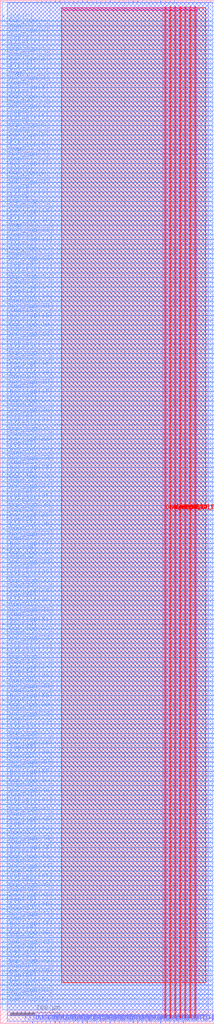
<source format=lef>
VERSION 5.7 ;
  NOWIREEXTENSIONATPIN ON ;
  DIVIDERCHAR "/" ;
  BUSBITCHARS "[]" ;
MACRO blackbox_test_5
  CLASS BLOCK ;
  FOREIGN blackbox_test_5 ;
  ORIGIN 0.000 0.000 ;
  SIZE 430.000 BY 2050.000 ;
  PIN Dis_Phase_top
    DIRECTION INPUT ;
    USE SIGNAL ;
    PORT
      LAYER met2 ;
        RECT 165.690 2046.000 165.970 2050.000 ;
    END
  END Dis_Phase_top
  PIN Dis_top[0]
    DIRECTION INPUT ;
    USE SIGNAL ;
    PORT
      LAYER met2 ;
        RECT 202.490 2046.000 202.770 2050.000 ;
    END
  END Dis_top[0]
  PIN Dis_top[1]
    DIRECTION INPUT ;
    USE SIGNAL ;
    PORT
      LAYER met2 ;
        RECT 193.290 2046.000 193.570 2050.000 ;
    END
  END Dis_top[1]
  PIN Dis_top[2]
    DIRECTION INPUT ;
    USE SIGNAL ;
    PORT
      LAYER met2 ;
        RECT 184.090 2046.000 184.370 2050.000 ;
    END
  END Dis_top[2]
  PIN Dis_top[3]
    DIRECTION INPUT ;
    USE SIGNAL ;
    PORT
      LAYER met2 ;
        RECT 174.890 2046.000 175.170 2050.000 ;
    END
  END Dis_top[3]
  PIN GND_GPIO
    DIRECTION INOUT ;
    USE GROUND ;
    PORT
      LAYER met4 ;
        RECT 331.040 10.880 332.640 2037.280 ;
    END
    PORT
      LAYER met4 ;
        RECT 351.040 10.880 352.640 2037.280 ;
    END
    PORT
      LAYER met4 ;
        RECT 371.040 10.880 372.640 2037.280 ;
    END
    PORT
      LAYER met4 ;
        RECT 391.040 10.880 392.640 2037.280 ;
    END
  END GND_GPIO
  PIN clk_top[0]
    DIRECTION INPUT ;
    USE SIGNAL ;
    PORT
      LAYER met2 ;
        RECT 239.290 2046.000 239.570 2050.000 ;
    END
  END clk_top[0]
  PIN clk_top[1]
    DIRECTION INPUT ;
    USE SIGNAL ;
    PORT
      LAYER met2 ;
        RECT 230.090 2046.000 230.370 2050.000 ;
    END
  END clk_top[1]
  PIN clk_top[2]
    DIRECTION INPUT ;
    USE SIGNAL ;
    PORT
      LAYER met2 ;
        RECT 220.890 2046.000 221.170 2050.000 ;
    END
  END clk_top[2]
  PIN clk_top[3]
    DIRECTION INPUT ;
    USE SIGNAL ;
    PORT
      LAYER met2 ;
        RECT 211.690 2046.000 211.970 2050.000 ;
    END
  END clk_top[3]
  PIN k_bar_top[0]
    DIRECTION INPUT ;
    USE SIGNAL ;
    PORT
      LAYER met3 ;
        RECT 0.000 1980.200 4.000 1980.800 ;
    END
  END k_bar_top[0]
  PIN k_bar_top[10]
    DIRECTION INPUT ;
    USE SIGNAL ;
    PORT
      LAYER met3 ;
        RECT 0.000 1599.400 4.000 1600.000 ;
    END
  END k_bar_top[10]
  PIN k_bar_top[11]
    DIRECTION INPUT ;
    USE SIGNAL ;
    PORT
      LAYER met3 ;
        RECT 0.000 1561.320 4.000 1561.920 ;
    END
  END k_bar_top[11]
  PIN k_bar_top[12]
    DIRECTION INPUT ;
    USE SIGNAL ;
    PORT
      LAYER met3 ;
        RECT 0.000 1523.240 4.000 1523.840 ;
    END
  END k_bar_top[12]
  PIN k_bar_top[13]
    DIRECTION INPUT ;
    USE SIGNAL ;
    PORT
      LAYER met3 ;
        RECT 0.000 1485.160 4.000 1485.760 ;
    END
  END k_bar_top[13]
  PIN k_bar_top[14]
    DIRECTION INPUT ;
    USE SIGNAL ;
    PORT
      LAYER met3 ;
        RECT 0.000 1447.080 4.000 1447.680 ;
    END
  END k_bar_top[14]
  PIN k_bar_top[15]
    DIRECTION INPUT ;
    USE SIGNAL ;
    PORT
      LAYER met3 ;
        RECT 0.000 1409.000 4.000 1409.600 ;
    END
  END k_bar_top[15]
  PIN k_bar_top[16]
    DIRECTION INPUT ;
    USE SIGNAL ;
    PORT
      LAYER met3 ;
        RECT 0.000 1370.920 4.000 1371.520 ;
    END
  END k_bar_top[16]
  PIN k_bar_top[17]
    DIRECTION INPUT ;
    USE SIGNAL ;
    PORT
      LAYER met3 ;
        RECT 0.000 1332.840 4.000 1333.440 ;
    END
  END k_bar_top[17]
  PIN k_bar_top[18]
    DIRECTION INPUT ;
    USE SIGNAL ;
    PORT
      LAYER met3 ;
        RECT 0.000 1294.760 4.000 1295.360 ;
    END
  END k_bar_top[18]
  PIN k_bar_top[19]
    DIRECTION INPUT ;
    USE SIGNAL ;
    PORT
      LAYER met3 ;
        RECT 0.000 1256.680 4.000 1257.280 ;
    END
  END k_bar_top[19]
  PIN k_bar_top[1]
    DIRECTION INPUT ;
    USE SIGNAL ;
    PORT
      LAYER met3 ;
        RECT 0.000 1942.120 4.000 1942.720 ;
    END
  END k_bar_top[1]
  PIN k_bar_top[20]
    DIRECTION INPUT ;
    USE SIGNAL ;
    PORT
      LAYER met3 ;
        RECT 0.000 1218.600 4.000 1219.200 ;
    END
  END k_bar_top[20]
  PIN k_bar_top[21]
    DIRECTION INPUT ;
    USE SIGNAL ;
    PORT
      LAYER met3 ;
        RECT 0.000 1180.520 4.000 1181.120 ;
    END
  END k_bar_top[21]
  PIN k_bar_top[22]
    DIRECTION INPUT ;
    USE SIGNAL ;
    PORT
      LAYER met3 ;
        RECT 0.000 1142.440 4.000 1143.040 ;
    END
  END k_bar_top[22]
  PIN k_bar_top[23]
    DIRECTION INPUT ;
    USE SIGNAL ;
    PORT
      LAYER met3 ;
        RECT 0.000 1104.360 4.000 1104.960 ;
    END
  END k_bar_top[23]
  PIN k_bar_top[24]
    DIRECTION INPUT ;
    USE SIGNAL ;
    PORT
      LAYER met3 ;
        RECT 0.000 1066.280 4.000 1066.880 ;
    END
  END k_bar_top[24]
  PIN k_bar_top[25]
    DIRECTION INPUT ;
    USE SIGNAL ;
    PORT
      LAYER met3 ;
        RECT 0.000 1028.200 4.000 1028.800 ;
    END
  END k_bar_top[25]
  PIN k_bar_top[26]
    DIRECTION INPUT ;
    USE SIGNAL ;
    PORT
      LAYER met3 ;
        RECT 0.000 990.120 4.000 990.720 ;
    END
  END k_bar_top[26]
  PIN k_bar_top[27]
    DIRECTION INPUT ;
    USE SIGNAL ;
    PORT
      LAYER met3 ;
        RECT 0.000 952.040 4.000 952.640 ;
    END
  END k_bar_top[27]
  PIN k_bar_top[28]
    DIRECTION INPUT ;
    USE SIGNAL ;
    PORT
      LAYER met3 ;
        RECT 0.000 913.960 4.000 914.560 ;
    END
  END k_bar_top[28]
  PIN k_bar_top[29]
    DIRECTION INPUT ;
    USE SIGNAL ;
    PORT
      LAYER met3 ;
        RECT 0.000 875.880 4.000 876.480 ;
    END
  END k_bar_top[29]
  PIN k_bar_top[2]
    DIRECTION INPUT ;
    USE SIGNAL ;
    PORT
      LAYER met3 ;
        RECT 0.000 1904.040 4.000 1904.640 ;
    END
  END k_bar_top[2]
  PIN k_bar_top[30]
    DIRECTION INPUT ;
    USE SIGNAL ;
    PORT
      LAYER met3 ;
        RECT 0.000 837.800 4.000 838.400 ;
    END
  END k_bar_top[30]
  PIN k_bar_top[31]
    DIRECTION INPUT ;
    USE SIGNAL ;
    PORT
      LAYER met3 ;
        RECT 0.000 799.720 4.000 800.320 ;
    END
  END k_bar_top[31]
  PIN k_bar_top[32]
    DIRECTION INPUT ;
    USE SIGNAL ;
    PORT
      LAYER met3 ;
        RECT 0.000 761.640 4.000 762.240 ;
    END
  END k_bar_top[32]
  PIN k_bar_top[33]
    DIRECTION INPUT ;
    USE SIGNAL ;
    PORT
      LAYER met3 ;
        RECT 0.000 723.560 4.000 724.160 ;
    END
  END k_bar_top[33]
  PIN k_bar_top[34]
    DIRECTION INPUT ;
    USE SIGNAL ;
    PORT
      LAYER met3 ;
        RECT 0.000 685.480 4.000 686.080 ;
    END
  END k_bar_top[34]
  PIN k_bar_top[35]
    DIRECTION INPUT ;
    USE SIGNAL ;
    PORT
      LAYER met3 ;
        RECT 0.000 647.400 4.000 648.000 ;
    END
  END k_bar_top[35]
  PIN k_bar_top[36]
    DIRECTION INPUT ;
    USE SIGNAL ;
    PORT
      LAYER met3 ;
        RECT 0.000 609.320 4.000 609.920 ;
    END
  END k_bar_top[36]
  PIN k_bar_top[37]
    DIRECTION INPUT ;
    USE SIGNAL ;
    PORT
      LAYER met3 ;
        RECT 0.000 571.240 4.000 571.840 ;
    END
  END k_bar_top[37]
  PIN k_bar_top[38]
    DIRECTION INPUT ;
    USE SIGNAL ;
    PORT
      LAYER met3 ;
        RECT 0.000 533.160 4.000 533.760 ;
    END
  END k_bar_top[38]
  PIN k_bar_top[39]
    DIRECTION INPUT ;
    USE SIGNAL ;
    PORT
      LAYER met3 ;
        RECT 0.000 495.080 4.000 495.680 ;
    END
  END k_bar_top[39]
  PIN k_bar_top[3]
    DIRECTION INPUT ;
    USE SIGNAL ;
    PORT
      LAYER met3 ;
        RECT 0.000 1865.960 4.000 1866.560 ;
    END
  END k_bar_top[3]
  PIN k_bar_top[40]
    DIRECTION INPUT ;
    USE SIGNAL ;
    PORT
      LAYER met3 ;
        RECT 0.000 457.000 4.000 457.600 ;
    END
  END k_bar_top[40]
  PIN k_bar_top[41]
    DIRECTION INPUT ;
    USE SIGNAL ;
    PORT
      LAYER met3 ;
        RECT 0.000 418.920 4.000 419.520 ;
    END
  END k_bar_top[41]
  PIN k_bar_top[42]
    DIRECTION INPUT ;
    USE SIGNAL ;
    PORT
      LAYER met3 ;
        RECT 0.000 380.840 4.000 381.440 ;
    END
  END k_bar_top[42]
  PIN k_bar_top[43]
    DIRECTION INPUT ;
    USE SIGNAL ;
    PORT
      LAYER met3 ;
        RECT 0.000 342.760 4.000 343.360 ;
    END
  END k_bar_top[43]
  PIN k_bar_top[44]
    DIRECTION INPUT ;
    USE SIGNAL ;
    PORT
      LAYER met3 ;
        RECT 0.000 304.680 4.000 305.280 ;
    END
  END k_bar_top[44]
  PIN k_bar_top[45]
    DIRECTION INPUT ;
    USE SIGNAL ;
    PORT
      LAYER met3 ;
        RECT 0.000 266.600 4.000 267.200 ;
    END
  END k_bar_top[45]
  PIN k_bar_top[46]
    DIRECTION INPUT ;
    USE SIGNAL ;
    PORT
      LAYER met3 ;
        RECT 0.000 228.520 4.000 229.120 ;
    END
  END k_bar_top[46]
  PIN k_bar_top[47]
    DIRECTION INPUT ;
    USE SIGNAL ;
    PORT
      LAYER met3 ;
        RECT 0.000 190.440 4.000 191.040 ;
    END
  END k_bar_top[47]
  PIN k_bar_top[48]
    DIRECTION INPUT ;
    USE SIGNAL ;
    PORT
      LAYER met3 ;
        RECT 0.000 152.360 4.000 152.960 ;
    END
  END k_bar_top[48]
  PIN k_bar_top[49]
    DIRECTION INPUT ;
    USE SIGNAL ;
    PORT
      LAYER met3 ;
        RECT 0.000 114.280 4.000 114.880 ;
    END
  END k_bar_top[49]
  PIN k_bar_top[4]
    DIRECTION INPUT ;
    USE SIGNAL ;
    PORT
      LAYER met3 ;
        RECT 0.000 1827.880 4.000 1828.480 ;
    END
  END k_bar_top[4]
  PIN k_bar_top[50]
    DIRECTION INPUT ;
    USE SIGNAL ;
    PORT
      LAYER met3 ;
        RECT 0.000 76.200 4.000 76.800 ;
    END
  END k_bar_top[50]
  PIN k_bar_top[51]
    DIRECTION INPUT ;
    USE SIGNAL ;
    PORT
      LAYER met3 ;
        RECT 0.000 38.120 4.000 38.720 ;
    END
  END k_bar_top[51]
  PIN k_bar_top[52]
    DIRECTION INPUT ;
    USE SIGNAL ;
    PORT
      LAYER met2 ;
        RECT 322.090 2046.000 322.370 2050.000 ;
    END
  END k_bar_top[52]
  PIN k_bar_top[53]
    DIRECTION INPUT ;
    USE SIGNAL ;
    PORT
      LAYER met2 ;
        RECT 285.290 2046.000 285.570 2050.000 ;
    END
  END k_bar_top[53]
  PIN k_bar_top[54]
    DIRECTION INPUT ;
    USE SIGNAL ;
    PORT
      LAYER met2 ;
        RECT 248.490 2046.000 248.770 2050.000 ;
    END
  END k_bar_top[54]
  PIN k_bar_top[55]
    DIRECTION INPUT ;
    USE SIGNAL ;
    PORT
      LAYER met2 ;
        RECT 73.690 0.000 73.970 4.000 ;
    END
  END k_bar_top[55]
  PIN k_bar_top[56]
    DIRECTION INPUT ;
    USE SIGNAL ;
    PORT
      LAYER met2 ;
        RECT 110.490 0.000 110.770 4.000 ;
    END
  END k_bar_top[56]
  PIN k_bar_top[57]
    DIRECTION INPUT ;
    USE SIGNAL ;
    PORT
      LAYER met2 ;
        RECT 147.290 0.000 147.570 4.000 ;
    END
  END k_bar_top[57]
  PIN k_bar_top[58]
    DIRECTION INPUT ;
    USE SIGNAL ;
    PORT
      LAYER met2 ;
        RECT 184.090 0.000 184.370 4.000 ;
    END
  END k_bar_top[58]
  PIN k_bar_top[59]
    DIRECTION INPUT ;
    USE SIGNAL ;
    PORT
      LAYER met2 ;
        RECT 220.890 0.000 221.170 4.000 ;
    END
  END k_bar_top[59]
  PIN k_bar_top[5]
    DIRECTION INPUT ;
    USE SIGNAL ;
    PORT
      LAYER met3 ;
        RECT 0.000 1789.800 4.000 1790.400 ;
    END
  END k_bar_top[5]
  PIN k_bar_top[60]
    DIRECTION INPUT ;
    USE SIGNAL ;
    PORT
      LAYER met2 ;
        RECT 257.690 0.000 257.970 4.000 ;
    END
  END k_bar_top[60]
  PIN k_bar_top[61]
    DIRECTION INPUT ;
    USE SIGNAL ;
    PORT
      LAYER met2 ;
        RECT 294.490 0.000 294.770 4.000 ;
    END
  END k_bar_top[61]
  PIN k_bar_top[62]
    DIRECTION INPUT ;
    USE SIGNAL ;
    PORT
      LAYER met2 ;
        RECT 331.290 0.000 331.570 4.000 ;
    END
  END k_bar_top[62]
  PIN k_bar_top[63]
    DIRECTION INPUT ;
    USE SIGNAL ;
    PORT
      LAYER met2 ;
        RECT 368.090 0.000 368.370 4.000 ;
    END
  END k_bar_top[63]
  PIN k_bar_top[6]
    DIRECTION INPUT ;
    USE SIGNAL ;
    PORT
      LAYER met3 ;
        RECT 0.000 1751.720 4.000 1752.320 ;
    END
  END k_bar_top[6]
  PIN k_bar_top[7]
    DIRECTION INPUT ;
    USE SIGNAL ;
    PORT
      LAYER met3 ;
        RECT 0.000 1713.640 4.000 1714.240 ;
    END
  END k_bar_top[7]
  PIN k_bar_top[8]
    DIRECTION INPUT ;
    USE SIGNAL ;
    PORT
      LAYER met3 ;
        RECT 0.000 1675.560 4.000 1676.160 ;
    END
  END k_bar_top[8]
  PIN k_bar_top[9]
    DIRECTION INPUT ;
    USE SIGNAL ;
    PORT
      LAYER met3 ;
        RECT 0.000 1637.480 4.000 1638.080 ;
    END
  END k_bar_top[9]
  PIN k_top[0]
    DIRECTION INPUT ;
    USE SIGNAL ;
    PORT
      LAYER met3 ;
        RECT 0.000 1989.720 4.000 1990.320 ;
    END
  END k_top[0]
  PIN k_top[10]
    DIRECTION INPUT ;
    USE SIGNAL ;
    PORT
      LAYER met3 ;
        RECT 0.000 1608.920 4.000 1609.520 ;
    END
  END k_top[10]
  PIN k_top[11]
    DIRECTION INPUT ;
    USE SIGNAL ;
    PORT
      LAYER met3 ;
        RECT 0.000 1570.840 4.000 1571.440 ;
    END
  END k_top[11]
  PIN k_top[12]
    DIRECTION INPUT ;
    USE SIGNAL ;
    PORT
      LAYER met3 ;
        RECT 0.000 1532.760 4.000 1533.360 ;
    END
  END k_top[12]
  PIN k_top[13]
    DIRECTION INPUT ;
    USE SIGNAL ;
    PORT
      LAYER met3 ;
        RECT 0.000 1494.680 4.000 1495.280 ;
    END
  END k_top[13]
  PIN k_top[14]
    DIRECTION INPUT ;
    USE SIGNAL ;
    PORT
      LAYER met3 ;
        RECT 0.000 1456.600 4.000 1457.200 ;
    END
  END k_top[14]
  PIN k_top[15]
    DIRECTION INPUT ;
    USE SIGNAL ;
    PORT
      LAYER met3 ;
        RECT 0.000 1418.520 4.000 1419.120 ;
    END
  END k_top[15]
  PIN k_top[16]
    DIRECTION INPUT ;
    USE SIGNAL ;
    PORT
      LAYER met3 ;
        RECT 0.000 1380.440 4.000 1381.040 ;
    END
  END k_top[16]
  PIN k_top[17]
    DIRECTION INPUT ;
    USE SIGNAL ;
    PORT
      LAYER met3 ;
        RECT 0.000 1342.360 4.000 1342.960 ;
    END
  END k_top[17]
  PIN k_top[18]
    DIRECTION INPUT ;
    USE SIGNAL ;
    PORT
      LAYER met3 ;
        RECT 0.000 1304.280 4.000 1304.880 ;
    END
  END k_top[18]
  PIN k_top[19]
    DIRECTION INPUT ;
    USE SIGNAL ;
    PORT
      LAYER met3 ;
        RECT 0.000 1266.200 4.000 1266.800 ;
    END
  END k_top[19]
  PIN k_top[1]
    DIRECTION INPUT ;
    USE SIGNAL ;
    PORT
      LAYER met3 ;
        RECT 0.000 1951.640 4.000 1952.240 ;
    END
  END k_top[1]
  PIN k_top[20]
    DIRECTION INPUT ;
    USE SIGNAL ;
    PORT
      LAYER met3 ;
        RECT 0.000 1228.120 4.000 1228.720 ;
    END
  END k_top[20]
  PIN k_top[21]
    DIRECTION INPUT ;
    USE SIGNAL ;
    PORT
      LAYER met3 ;
        RECT 0.000 1190.040 4.000 1190.640 ;
    END
  END k_top[21]
  PIN k_top[22]
    DIRECTION INPUT ;
    USE SIGNAL ;
    PORT
      LAYER met3 ;
        RECT 0.000 1151.960 4.000 1152.560 ;
    END
  END k_top[22]
  PIN k_top[23]
    DIRECTION INPUT ;
    USE SIGNAL ;
    PORT
      LAYER met3 ;
        RECT 0.000 1113.880 4.000 1114.480 ;
    END
  END k_top[23]
  PIN k_top[24]
    DIRECTION INPUT ;
    USE SIGNAL ;
    PORT
      LAYER met3 ;
        RECT 0.000 1075.800 4.000 1076.400 ;
    END
  END k_top[24]
  PIN k_top[25]
    DIRECTION INPUT ;
    USE SIGNAL ;
    PORT
      LAYER met3 ;
        RECT 0.000 1037.720 4.000 1038.320 ;
    END
  END k_top[25]
  PIN k_top[26]
    DIRECTION INPUT ;
    USE SIGNAL ;
    PORT
      LAYER met3 ;
        RECT 0.000 999.640 4.000 1000.240 ;
    END
  END k_top[26]
  PIN k_top[27]
    DIRECTION INPUT ;
    USE SIGNAL ;
    PORT
      LAYER met3 ;
        RECT 0.000 961.560 4.000 962.160 ;
    END
  END k_top[27]
  PIN k_top[28]
    DIRECTION INPUT ;
    USE SIGNAL ;
    PORT
      LAYER met3 ;
        RECT 0.000 923.480 4.000 924.080 ;
    END
  END k_top[28]
  PIN k_top[29]
    DIRECTION INPUT ;
    USE SIGNAL ;
    PORT
      LAYER met3 ;
        RECT 0.000 885.400 4.000 886.000 ;
    END
  END k_top[29]
  PIN k_top[2]
    DIRECTION INPUT ;
    USE SIGNAL ;
    PORT
      LAYER met3 ;
        RECT 0.000 1913.560 4.000 1914.160 ;
    END
  END k_top[2]
  PIN k_top[30]
    DIRECTION INPUT ;
    USE SIGNAL ;
    PORT
      LAYER met3 ;
        RECT 0.000 847.320 4.000 847.920 ;
    END
  END k_top[30]
  PIN k_top[31]
    DIRECTION INPUT ;
    USE SIGNAL ;
    PORT
      LAYER met3 ;
        RECT 0.000 809.240 4.000 809.840 ;
    END
  END k_top[31]
  PIN k_top[32]
    DIRECTION INPUT ;
    USE SIGNAL ;
    PORT
      LAYER met3 ;
        RECT 0.000 771.160 4.000 771.760 ;
    END
  END k_top[32]
  PIN k_top[33]
    DIRECTION INPUT ;
    USE SIGNAL ;
    PORT
      LAYER met3 ;
        RECT 0.000 733.080 4.000 733.680 ;
    END
  END k_top[33]
  PIN k_top[34]
    DIRECTION INPUT ;
    USE SIGNAL ;
    PORT
      LAYER met3 ;
        RECT 0.000 695.000 4.000 695.600 ;
    END
  END k_top[34]
  PIN k_top[35]
    DIRECTION INPUT ;
    USE SIGNAL ;
    PORT
      LAYER met3 ;
        RECT 0.000 656.920 4.000 657.520 ;
    END
  END k_top[35]
  PIN k_top[36]
    DIRECTION INPUT ;
    USE SIGNAL ;
    PORT
      LAYER met3 ;
        RECT 0.000 618.840 4.000 619.440 ;
    END
  END k_top[36]
  PIN k_top[37]
    DIRECTION INPUT ;
    USE SIGNAL ;
    PORT
      LAYER met3 ;
        RECT 0.000 580.760 4.000 581.360 ;
    END
  END k_top[37]
  PIN k_top[38]
    DIRECTION INPUT ;
    USE SIGNAL ;
    PORT
      LAYER met3 ;
        RECT 0.000 542.680 4.000 543.280 ;
    END
  END k_top[38]
  PIN k_top[39]
    DIRECTION INPUT ;
    USE SIGNAL ;
    PORT
      LAYER met3 ;
        RECT 0.000 504.600 4.000 505.200 ;
    END
  END k_top[39]
  PIN k_top[3]
    DIRECTION INPUT ;
    USE SIGNAL ;
    PORT
      LAYER met3 ;
        RECT 0.000 1875.480 4.000 1876.080 ;
    END
  END k_top[3]
  PIN k_top[40]
    DIRECTION INPUT ;
    USE SIGNAL ;
    PORT
      LAYER met3 ;
        RECT 0.000 466.520 4.000 467.120 ;
    END
  END k_top[40]
  PIN k_top[41]
    DIRECTION INPUT ;
    USE SIGNAL ;
    PORT
      LAYER met3 ;
        RECT 0.000 428.440 4.000 429.040 ;
    END
  END k_top[41]
  PIN k_top[42]
    DIRECTION INPUT ;
    USE SIGNAL ;
    PORT
      LAYER met3 ;
        RECT 0.000 390.360 4.000 390.960 ;
    END
  END k_top[42]
  PIN k_top[43]
    DIRECTION INPUT ;
    USE SIGNAL ;
    PORT
      LAYER met3 ;
        RECT 0.000 352.280 4.000 352.880 ;
    END
  END k_top[43]
  PIN k_top[44]
    DIRECTION INPUT ;
    USE SIGNAL ;
    PORT
      LAYER met3 ;
        RECT 0.000 314.200 4.000 314.800 ;
    END
  END k_top[44]
  PIN k_top[45]
    DIRECTION INPUT ;
    USE SIGNAL ;
    PORT
      LAYER met3 ;
        RECT 0.000 276.120 4.000 276.720 ;
    END
  END k_top[45]
  PIN k_top[46]
    DIRECTION INPUT ;
    USE SIGNAL ;
    PORT
      LAYER met3 ;
        RECT 0.000 238.040 4.000 238.640 ;
    END
  END k_top[46]
  PIN k_top[47]
    DIRECTION INPUT ;
    USE SIGNAL ;
    PORT
      LAYER met3 ;
        RECT 0.000 199.960 4.000 200.560 ;
    END
  END k_top[47]
  PIN k_top[48]
    DIRECTION INPUT ;
    USE SIGNAL ;
    PORT
      LAYER met3 ;
        RECT 0.000 161.880 4.000 162.480 ;
    END
  END k_top[48]
  PIN k_top[49]
    DIRECTION INPUT ;
    USE SIGNAL ;
    PORT
      LAYER met3 ;
        RECT 0.000 123.800 4.000 124.400 ;
    END
  END k_top[49]
  PIN k_top[4]
    DIRECTION INPUT ;
    USE SIGNAL ;
    PORT
      LAYER met3 ;
        RECT 0.000 1837.400 4.000 1838.000 ;
    END
  END k_top[4]
  PIN k_top[50]
    DIRECTION INPUT ;
    USE SIGNAL ;
    PORT
      LAYER met3 ;
        RECT 0.000 85.720 4.000 86.320 ;
    END
  END k_top[50]
  PIN k_top[51]
    DIRECTION INPUT ;
    USE SIGNAL ;
    PORT
      LAYER met3 ;
        RECT 0.000 47.640 4.000 48.240 ;
    END
  END k_top[51]
  PIN k_top[52]
    DIRECTION INPUT ;
    USE SIGNAL ;
    PORT
      LAYER met2 ;
        RECT 331.290 2046.000 331.570 2050.000 ;
    END
  END k_top[52]
  PIN k_top[53]
    DIRECTION INPUT ;
    USE SIGNAL ;
    PORT
      LAYER met2 ;
        RECT 294.490 2046.000 294.770 2050.000 ;
    END
  END k_top[53]
  PIN k_top[54]
    DIRECTION INPUT ;
    USE SIGNAL ;
    PORT
      LAYER met2 ;
        RECT 257.690 2046.000 257.970 2050.000 ;
    END
  END k_top[54]
  PIN k_top[55]
    DIRECTION INPUT ;
    USE SIGNAL ;
    PORT
      LAYER met2 ;
        RECT 64.490 0.000 64.770 4.000 ;
    END
  END k_top[55]
  PIN k_top[56]
    DIRECTION INPUT ;
    USE SIGNAL ;
    PORT
      LAYER met2 ;
        RECT 101.290 0.000 101.570 4.000 ;
    END
  END k_top[56]
  PIN k_top[57]
    DIRECTION INPUT ;
    USE SIGNAL ;
    PORT
      LAYER met2 ;
        RECT 138.090 0.000 138.370 4.000 ;
    END
  END k_top[57]
  PIN k_top[58]
    DIRECTION INPUT ;
    USE SIGNAL ;
    PORT
      LAYER met2 ;
        RECT 174.890 0.000 175.170 4.000 ;
    END
  END k_top[58]
  PIN k_top[59]
    DIRECTION INPUT ;
    USE SIGNAL ;
    PORT
      LAYER met2 ;
        RECT 211.690 0.000 211.970 4.000 ;
    END
  END k_top[59]
  PIN k_top[5]
    DIRECTION INPUT ;
    USE SIGNAL ;
    PORT
      LAYER met3 ;
        RECT 0.000 1799.320 4.000 1799.920 ;
    END
  END k_top[5]
  PIN k_top[60]
    DIRECTION INPUT ;
    USE SIGNAL ;
    PORT
      LAYER met2 ;
        RECT 248.490 0.000 248.770 4.000 ;
    END
  END k_top[60]
  PIN k_top[61]
    DIRECTION INPUT ;
    USE SIGNAL ;
    PORT
      LAYER met2 ;
        RECT 285.290 0.000 285.570 4.000 ;
    END
  END k_top[61]
  PIN k_top[62]
    DIRECTION INPUT ;
    USE SIGNAL ;
    PORT
      LAYER met2 ;
        RECT 322.090 0.000 322.370 4.000 ;
    END
  END k_top[62]
  PIN k_top[63]
    DIRECTION INPUT ;
    USE SIGNAL ;
    PORT
      LAYER met2 ;
        RECT 358.890 0.000 359.170 4.000 ;
    END
  END k_top[63]
  PIN k_top[6]
    DIRECTION INPUT ;
    USE SIGNAL ;
    PORT
      LAYER met3 ;
        RECT 0.000 1761.240 4.000 1761.840 ;
    END
  END k_top[6]
  PIN k_top[7]
    DIRECTION INPUT ;
    USE SIGNAL ;
    PORT
      LAYER met3 ;
        RECT 0.000 1723.160 4.000 1723.760 ;
    END
  END k_top[7]
  PIN k_top[8]
    DIRECTION INPUT ;
    USE SIGNAL ;
    PORT
      LAYER met3 ;
        RECT 0.000 1685.080 4.000 1685.680 ;
    END
  END k_top[8]
  PIN k_top[9]
    DIRECTION INPUT ;
    USE SIGNAL ;
    PORT
      LAYER met3 ;
        RECT 0.000 1647.000 4.000 1647.600 ;
    END
  END k_top[9]
  PIN s_bar_top[0]
    DIRECTION OUTPUT TRISTATE ;
    USE SIGNAL ;
    PORT
      LAYER met3 ;
        RECT 426.000 1570.840 430.000 1571.440 ;
    END
  END s_bar_top[0]
  PIN s_bar_top[10]
    DIRECTION OUTPUT TRISTATE ;
    USE SIGNAL ;
    PORT
      LAYER met3 ;
        RECT 426.000 1380.440 430.000 1381.040 ;
    END
  END s_bar_top[10]
  PIN s_bar_top[11]
    DIRECTION OUTPUT TRISTATE ;
    USE SIGNAL ;
    PORT
      LAYER met3 ;
        RECT 426.000 1361.400 430.000 1362.000 ;
    END
  END s_bar_top[11]
  PIN s_bar_top[12]
    DIRECTION OUTPUT TRISTATE ;
    USE SIGNAL ;
    PORT
      LAYER met3 ;
        RECT 426.000 1342.360 430.000 1342.960 ;
    END
  END s_bar_top[12]
  PIN s_bar_top[13]
    DIRECTION OUTPUT TRISTATE ;
    USE SIGNAL ;
    PORT
      LAYER met3 ;
        RECT 426.000 1323.320 430.000 1323.920 ;
    END
  END s_bar_top[13]
  PIN s_bar_top[14]
    DIRECTION OUTPUT TRISTATE ;
    USE SIGNAL ;
    PORT
      LAYER met3 ;
        RECT 426.000 1304.280 430.000 1304.880 ;
    END
  END s_bar_top[14]
  PIN s_bar_top[15]
    DIRECTION OUTPUT TRISTATE ;
    USE SIGNAL ;
    PORT
      LAYER met3 ;
        RECT 426.000 1285.240 430.000 1285.840 ;
    END
  END s_bar_top[15]
  PIN s_bar_top[16]
    DIRECTION OUTPUT TRISTATE ;
    USE SIGNAL ;
    PORT
      LAYER met3 ;
        RECT 426.000 1266.200 430.000 1266.800 ;
    END
  END s_bar_top[16]
  PIN s_bar_top[17]
    DIRECTION OUTPUT TRISTATE ;
    USE SIGNAL ;
    PORT
      LAYER met3 ;
        RECT 426.000 1247.160 430.000 1247.760 ;
    END
  END s_bar_top[17]
  PIN s_bar_top[18]
    DIRECTION OUTPUT TRISTATE ;
    USE SIGNAL ;
    PORT
      LAYER met3 ;
        RECT 426.000 1228.120 430.000 1228.720 ;
    END
  END s_bar_top[18]
  PIN s_bar_top[19]
    DIRECTION OUTPUT TRISTATE ;
    USE SIGNAL ;
    PORT
      LAYER met3 ;
        RECT 426.000 1209.080 430.000 1209.680 ;
    END
  END s_bar_top[19]
  PIN s_bar_top[1]
    DIRECTION OUTPUT TRISTATE ;
    USE SIGNAL ;
    PORT
      LAYER met3 ;
        RECT 426.000 1551.800 430.000 1552.400 ;
    END
  END s_bar_top[1]
  PIN s_bar_top[20]
    DIRECTION OUTPUT TRISTATE ;
    USE SIGNAL ;
    PORT
      LAYER met3 ;
        RECT 426.000 1190.040 430.000 1190.640 ;
    END
  END s_bar_top[20]
  PIN s_bar_top[21]
    DIRECTION OUTPUT TRISTATE ;
    USE SIGNAL ;
    PORT
      LAYER met3 ;
        RECT 426.000 1171.000 430.000 1171.600 ;
    END
  END s_bar_top[21]
  PIN s_bar_top[22]
    DIRECTION OUTPUT TRISTATE ;
    USE SIGNAL ;
    PORT
      LAYER met3 ;
        RECT 426.000 1151.960 430.000 1152.560 ;
    END
  END s_bar_top[22]
  PIN s_bar_top[23]
    DIRECTION OUTPUT TRISTATE ;
    USE SIGNAL ;
    PORT
      LAYER met3 ;
        RECT 426.000 1132.920 430.000 1133.520 ;
    END
  END s_bar_top[23]
  PIN s_bar_top[24]
    DIRECTION OUTPUT TRISTATE ;
    USE SIGNAL ;
    PORT
      LAYER met3 ;
        RECT 426.000 1113.880 430.000 1114.480 ;
    END
  END s_bar_top[24]
  PIN s_bar_top[25]
    DIRECTION OUTPUT TRISTATE ;
    USE SIGNAL ;
    PORT
      LAYER met3 ;
        RECT 426.000 1094.840 430.000 1095.440 ;
    END
  END s_bar_top[25]
  PIN s_bar_top[26]
    DIRECTION OUTPUT TRISTATE ;
    USE SIGNAL ;
    PORT
      LAYER met3 ;
        RECT 426.000 1075.800 430.000 1076.400 ;
    END
  END s_bar_top[26]
  PIN s_bar_top[27]
    DIRECTION OUTPUT TRISTATE ;
    USE SIGNAL ;
    PORT
      LAYER met3 ;
        RECT 426.000 1056.760 430.000 1057.360 ;
    END
  END s_bar_top[27]
  PIN s_bar_top[28]
    DIRECTION OUTPUT TRISTATE ;
    USE SIGNAL ;
    PORT
      LAYER met3 ;
        RECT 426.000 1037.720 430.000 1038.320 ;
    END
  END s_bar_top[28]
  PIN s_bar_top[29]
    DIRECTION OUTPUT TRISTATE ;
    USE SIGNAL ;
    PORT
      LAYER met3 ;
        RECT 426.000 1018.680 430.000 1019.280 ;
    END
  END s_bar_top[29]
  PIN s_bar_top[2]
    DIRECTION OUTPUT TRISTATE ;
    USE SIGNAL ;
    PORT
      LAYER met3 ;
        RECT 426.000 1532.760 430.000 1533.360 ;
    END
  END s_bar_top[2]
  PIN s_bar_top[30]
    DIRECTION OUTPUT TRISTATE ;
    USE SIGNAL ;
    PORT
      LAYER met3 ;
        RECT 426.000 999.640 430.000 1000.240 ;
    END
  END s_bar_top[30]
  PIN s_bar_top[31]
    DIRECTION OUTPUT TRISTATE ;
    USE SIGNAL ;
    PORT
      LAYER met3 ;
        RECT 426.000 980.600 430.000 981.200 ;
    END
  END s_bar_top[31]
  PIN s_bar_top[32]
    DIRECTION OUTPUT TRISTATE ;
    USE SIGNAL ;
    PORT
      LAYER met3 ;
        RECT 426.000 961.560 430.000 962.160 ;
    END
  END s_bar_top[32]
  PIN s_bar_top[33]
    DIRECTION OUTPUT TRISTATE ;
    USE SIGNAL ;
    PORT
      LAYER met3 ;
        RECT 426.000 942.520 430.000 943.120 ;
    END
  END s_bar_top[33]
  PIN s_bar_top[34]
    DIRECTION OUTPUT TRISTATE ;
    USE SIGNAL ;
    PORT
      LAYER met3 ;
        RECT 426.000 923.480 430.000 924.080 ;
    END
  END s_bar_top[34]
  PIN s_bar_top[35]
    DIRECTION OUTPUT TRISTATE ;
    USE SIGNAL ;
    PORT
      LAYER met3 ;
        RECT 426.000 904.440 430.000 905.040 ;
    END
  END s_bar_top[35]
  PIN s_bar_top[36]
    DIRECTION OUTPUT TRISTATE ;
    USE SIGNAL ;
    PORT
      LAYER met3 ;
        RECT 426.000 885.400 430.000 886.000 ;
    END
  END s_bar_top[36]
  PIN s_bar_top[37]
    DIRECTION OUTPUT TRISTATE ;
    USE SIGNAL ;
    PORT
      LAYER met3 ;
        RECT 426.000 866.360 430.000 866.960 ;
    END
  END s_bar_top[37]
  PIN s_bar_top[38]
    DIRECTION OUTPUT TRISTATE ;
    USE SIGNAL ;
    PORT
      LAYER met3 ;
        RECT 426.000 847.320 430.000 847.920 ;
    END
  END s_bar_top[38]
  PIN s_bar_top[39]
    DIRECTION OUTPUT TRISTATE ;
    USE SIGNAL ;
    PORT
      LAYER met3 ;
        RECT 426.000 828.280 430.000 828.880 ;
    END
  END s_bar_top[39]
  PIN s_bar_top[3]
    DIRECTION OUTPUT TRISTATE ;
    USE SIGNAL ;
    PORT
      LAYER met3 ;
        RECT 426.000 1513.720 430.000 1514.320 ;
    END
  END s_bar_top[3]
  PIN s_bar_top[40]
    DIRECTION OUTPUT TRISTATE ;
    USE SIGNAL ;
    PORT
      LAYER met3 ;
        RECT 426.000 809.240 430.000 809.840 ;
    END
  END s_bar_top[40]
  PIN s_bar_top[41]
    DIRECTION OUTPUT TRISTATE ;
    USE SIGNAL ;
    PORT
      LAYER met3 ;
        RECT 426.000 790.200 430.000 790.800 ;
    END
  END s_bar_top[41]
  PIN s_bar_top[42]
    DIRECTION OUTPUT TRISTATE ;
    USE SIGNAL ;
    PORT
      LAYER met3 ;
        RECT 426.000 771.160 430.000 771.760 ;
    END
  END s_bar_top[42]
  PIN s_bar_top[43]
    DIRECTION OUTPUT TRISTATE ;
    USE SIGNAL ;
    PORT
      LAYER met3 ;
        RECT 426.000 752.120 430.000 752.720 ;
    END
  END s_bar_top[43]
  PIN s_bar_top[44]
    DIRECTION OUTPUT TRISTATE ;
    USE SIGNAL ;
    PORT
      LAYER met3 ;
        RECT 426.000 733.080 430.000 733.680 ;
    END
  END s_bar_top[44]
  PIN s_bar_top[45]
    DIRECTION OUTPUT TRISTATE ;
    USE SIGNAL ;
    PORT
      LAYER met3 ;
        RECT 426.000 714.040 430.000 714.640 ;
    END
  END s_bar_top[45]
  PIN s_bar_top[46]
    DIRECTION OUTPUT TRISTATE ;
    USE SIGNAL ;
    PORT
      LAYER met3 ;
        RECT 426.000 695.000 430.000 695.600 ;
    END
  END s_bar_top[46]
  PIN s_bar_top[47]
    DIRECTION OUTPUT TRISTATE ;
    USE SIGNAL ;
    PORT
      LAYER met3 ;
        RECT 426.000 675.960 430.000 676.560 ;
    END
  END s_bar_top[47]
  PIN s_bar_top[48]
    DIRECTION OUTPUT TRISTATE ;
    USE SIGNAL ;
    PORT
      LAYER met3 ;
        RECT 426.000 656.920 430.000 657.520 ;
    END
  END s_bar_top[48]
  PIN s_bar_top[49]
    DIRECTION OUTPUT TRISTATE ;
    USE SIGNAL ;
    PORT
      LAYER met3 ;
        RECT 426.000 637.880 430.000 638.480 ;
    END
  END s_bar_top[49]
  PIN s_bar_top[4]
    DIRECTION OUTPUT TRISTATE ;
    USE SIGNAL ;
    PORT
      LAYER met3 ;
        RECT 426.000 1494.680 430.000 1495.280 ;
    END
  END s_bar_top[4]
  PIN s_bar_top[50]
    DIRECTION OUTPUT TRISTATE ;
    USE SIGNAL ;
    PORT
      LAYER met3 ;
        RECT 426.000 618.840 430.000 619.440 ;
    END
  END s_bar_top[50]
  PIN s_bar_top[51]
    DIRECTION OUTPUT TRISTATE ;
    USE SIGNAL ;
    PORT
      LAYER met3 ;
        RECT 426.000 599.800 430.000 600.400 ;
    END
  END s_bar_top[51]
  PIN s_bar_top[52]
    DIRECTION OUTPUT TRISTATE ;
    USE SIGNAL ;
    PORT
      LAYER met3 ;
        RECT 426.000 580.760 430.000 581.360 ;
    END
  END s_bar_top[52]
  PIN s_bar_top[53]
    DIRECTION OUTPUT TRISTATE ;
    USE SIGNAL ;
    PORT
      LAYER met3 ;
        RECT 426.000 561.720 430.000 562.320 ;
    END
  END s_bar_top[53]
  PIN s_bar_top[54]
    DIRECTION OUTPUT TRISTATE ;
    USE SIGNAL ;
    PORT
      LAYER met3 ;
        RECT 426.000 542.680 430.000 543.280 ;
    END
  END s_bar_top[54]
  PIN s_bar_top[55]
    DIRECTION OUTPUT TRISTATE ;
    USE SIGNAL ;
    PORT
      LAYER met3 ;
        RECT 426.000 523.640 430.000 524.240 ;
    END
  END s_bar_top[55]
  PIN s_bar_top[56]
    DIRECTION OUTPUT TRISTATE ;
    USE SIGNAL ;
    PORT
      LAYER met3 ;
        RECT 426.000 504.600 430.000 505.200 ;
    END
  END s_bar_top[56]
  PIN s_bar_top[57]
    DIRECTION OUTPUT TRISTATE ;
    USE SIGNAL ;
    PORT
      LAYER met3 ;
        RECT 426.000 485.560 430.000 486.160 ;
    END
  END s_bar_top[57]
  PIN s_bar_top[58]
    DIRECTION OUTPUT TRISTATE ;
    USE SIGNAL ;
    PORT
      LAYER met3 ;
        RECT 426.000 466.520 430.000 467.120 ;
    END
  END s_bar_top[58]
  PIN s_bar_top[59]
    DIRECTION OUTPUT TRISTATE ;
    USE SIGNAL ;
    PORT
      LAYER met2 ;
        RECT 147.290 2046.000 147.570 2050.000 ;
    END
  END s_bar_top[59]
  PIN s_bar_top[5]
    DIRECTION OUTPUT TRISTATE ;
    USE SIGNAL ;
    PORT
      LAYER met3 ;
        RECT 426.000 1475.640 430.000 1476.240 ;
    END
  END s_bar_top[5]
  PIN s_bar_top[60]
    DIRECTION OUTPUT TRISTATE ;
    USE SIGNAL ;
    PORT
      LAYER met2 ;
        RECT 128.890 2046.000 129.170 2050.000 ;
    END
  END s_bar_top[60]
  PIN s_bar_top[61]
    DIRECTION OUTPUT TRISTATE ;
    USE SIGNAL ;
    PORT
      LAYER met2 ;
        RECT 110.490 2046.000 110.770 2050.000 ;
    END
  END s_bar_top[61]
  PIN s_bar_top[62]
    DIRECTION OUTPUT TRISTATE ;
    USE SIGNAL ;
    PORT
      LAYER met2 ;
        RECT 92.090 2046.000 92.370 2050.000 ;
    END
  END s_bar_top[62]
  PIN s_bar_top[63]
    DIRECTION OUTPUT TRISTATE ;
    USE SIGNAL ;
    PORT
      LAYER met2 ;
        RECT 73.690 2046.000 73.970 2050.000 ;
    END
  END s_bar_top[63]
  PIN s_bar_top[6]
    DIRECTION OUTPUT TRISTATE ;
    USE SIGNAL ;
    PORT
      LAYER met3 ;
        RECT 426.000 1456.600 430.000 1457.200 ;
    END
  END s_bar_top[6]
  PIN s_bar_top[7]
    DIRECTION OUTPUT TRISTATE ;
    USE SIGNAL ;
    PORT
      LAYER met3 ;
        RECT 426.000 1437.560 430.000 1438.160 ;
    END
  END s_bar_top[7]
  PIN s_bar_top[8]
    DIRECTION OUTPUT TRISTATE ;
    USE SIGNAL ;
    PORT
      LAYER met3 ;
        RECT 426.000 1418.520 430.000 1419.120 ;
    END
  END s_bar_top[8]
  PIN s_bar_top[9]
    DIRECTION OUTPUT TRISTATE ;
    USE SIGNAL ;
    PORT
      LAYER met3 ;
        RECT 426.000 1399.480 430.000 1400.080 ;
    END
  END s_bar_top[9]
  PIN s_top[0]
    DIRECTION OUTPUT TRISTATE ;
    USE SIGNAL ;
    PORT
      LAYER met3 ;
        RECT 426.000 1580.360 430.000 1580.960 ;
    END
  END s_top[0]
  PIN s_top[10]
    DIRECTION OUTPUT TRISTATE ;
    USE SIGNAL ;
    PORT
      LAYER met3 ;
        RECT 426.000 1389.960 430.000 1390.560 ;
    END
  END s_top[10]
  PIN s_top[11]
    DIRECTION OUTPUT TRISTATE ;
    USE SIGNAL ;
    PORT
      LAYER met3 ;
        RECT 426.000 1370.920 430.000 1371.520 ;
    END
  END s_top[11]
  PIN s_top[12]
    DIRECTION OUTPUT TRISTATE ;
    USE SIGNAL ;
    PORT
      LAYER met3 ;
        RECT 426.000 1351.880 430.000 1352.480 ;
    END
  END s_top[12]
  PIN s_top[13]
    DIRECTION OUTPUT TRISTATE ;
    USE SIGNAL ;
    PORT
      LAYER met3 ;
        RECT 426.000 1332.840 430.000 1333.440 ;
    END
  END s_top[13]
  PIN s_top[14]
    DIRECTION OUTPUT TRISTATE ;
    USE SIGNAL ;
    PORT
      LAYER met3 ;
        RECT 426.000 1313.800 430.000 1314.400 ;
    END
  END s_top[14]
  PIN s_top[15]
    DIRECTION OUTPUT TRISTATE ;
    USE SIGNAL ;
    PORT
      LAYER met3 ;
        RECT 426.000 1294.760 430.000 1295.360 ;
    END
  END s_top[15]
  PIN s_top[16]
    DIRECTION OUTPUT TRISTATE ;
    USE SIGNAL ;
    PORT
      LAYER met3 ;
        RECT 426.000 1275.720 430.000 1276.320 ;
    END
  END s_top[16]
  PIN s_top[17]
    DIRECTION OUTPUT TRISTATE ;
    USE SIGNAL ;
    PORT
      LAYER met3 ;
        RECT 426.000 1256.680 430.000 1257.280 ;
    END
  END s_top[17]
  PIN s_top[18]
    DIRECTION OUTPUT TRISTATE ;
    USE SIGNAL ;
    PORT
      LAYER met3 ;
        RECT 426.000 1237.640 430.000 1238.240 ;
    END
  END s_top[18]
  PIN s_top[19]
    DIRECTION OUTPUT TRISTATE ;
    USE SIGNAL ;
    PORT
      LAYER met3 ;
        RECT 426.000 1218.600 430.000 1219.200 ;
    END
  END s_top[19]
  PIN s_top[1]
    DIRECTION OUTPUT TRISTATE ;
    USE SIGNAL ;
    PORT
      LAYER met3 ;
        RECT 426.000 1561.320 430.000 1561.920 ;
    END
  END s_top[1]
  PIN s_top[20]
    DIRECTION OUTPUT TRISTATE ;
    USE SIGNAL ;
    PORT
      LAYER met3 ;
        RECT 426.000 1199.560 430.000 1200.160 ;
    END
  END s_top[20]
  PIN s_top[21]
    DIRECTION OUTPUT TRISTATE ;
    USE SIGNAL ;
    PORT
      LAYER met3 ;
        RECT 426.000 1180.520 430.000 1181.120 ;
    END
  END s_top[21]
  PIN s_top[22]
    DIRECTION OUTPUT TRISTATE ;
    USE SIGNAL ;
    PORT
      LAYER met3 ;
        RECT 426.000 1161.480 430.000 1162.080 ;
    END
  END s_top[22]
  PIN s_top[23]
    DIRECTION OUTPUT TRISTATE ;
    USE SIGNAL ;
    PORT
      LAYER met3 ;
        RECT 426.000 1142.440 430.000 1143.040 ;
    END
  END s_top[23]
  PIN s_top[24]
    DIRECTION OUTPUT TRISTATE ;
    USE SIGNAL ;
    PORT
      LAYER met3 ;
        RECT 426.000 1123.400 430.000 1124.000 ;
    END
  END s_top[24]
  PIN s_top[25]
    DIRECTION OUTPUT TRISTATE ;
    USE SIGNAL ;
    PORT
      LAYER met3 ;
        RECT 426.000 1104.360 430.000 1104.960 ;
    END
  END s_top[25]
  PIN s_top[26]
    DIRECTION OUTPUT TRISTATE ;
    USE SIGNAL ;
    PORT
      LAYER met3 ;
        RECT 426.000 1085.320 430.000 1085.920 ;
    END
  END s_top[26]
  PIN s_top[27]
    DIRECTION OUTPUT TRISTATE ;
    USE SIGNAL ;
    PORT
      LAYER met3 ;
        RECT 426.000 1066.280 430.000 1066.880 ;
    END
  END s_top[27]
  PIN s_top[28]
    DIRECTION OUTPUT TRISTATE ;
    USE SIGNAL ;
    PORT
      LAYER met3 ;
        RECT 426.000 1047.240 430.000 1047.840 ;
    END
  END s_top[28]
  PIN s_top[29]
    DIRECTION OUTPUT TRISTATE ;
    USE SIGNAL ;
    PORT
      LAYER met3 ;
        RECT 426.000 1028.200 430.000 1028.800 ;
    END
  END s_top[29]
  PIN s_top[2]
    DIRECTION OUTPUT TRISTATE ;
    USE SIGNAL ;
    PORT
      LAYER met3 ;
        RECT 426.000 1542.280 430.000 1542.880 ;
    END
  END s_top[2]
  PIN s_top[30]
    DIRECTION OUTPUT TRISTATE ;
    USE SIGNAL ;
    PORT
      LAYER met3 ;
        RECT 426.000 1009.160 430.000 1009.760 ;
    END
  END s_top[30]
  PIN s_top[31]
    DIRECTION OUTPUT TRISTATE ;
    USE SIGNAL ;
    PORT
      LAYER met3 ;
        RECT 426.000 990.120 430.000 990.720 ;
    END
  END s_top[31]
  PIN s_top[32]
    DIRECTION OUTPUT TRISTATE ;
    USE SIGNAL ;
    PORT
      LAYER met3 ;
        RECT 426.000 971.080 430.000 971.680 ;
    END
  END s_top[32]
  PIN s_top[33]
    DIRECTION OUTPUT TRISTATE ;
    USE SIGNAL ;
    PORT
      LAYER met3 ;
        RECT 426.000 952.040 430.000 952.640 ;
    END
  END s_top[33]
  PIN s_top[34]
    DIRECTION OUTPUT TRISTATE ;
    USE SIGNAL ;
    PORT
      LAYER met3 ;
        RECT 426.000 933.000 430.000 933.600 ;
    END
  END s_top[34]
  PIN s_top[35]
    DIRECTION OUTPUT TRISTATE ;
    USE SIGNAL ;
    PORT
      LAYER met3 ;
        RECT 426.000 913.960 430.000 914.560 ;
    END
  END s_top[35]
  PIN s_top[36]
    DIRECTION OUTPUT TRISTATE ;
    USE SIGNAL ;
    PORT
      LAYER met3 ;
        RECT 426.000 894.920 430.000 895.520 ;
    END
  END s_top[36]
  PIN s_top[37]
    DIRECTION OUTPUT TRISTATE ;
    USE SIGNAL ;
    PORT
      LAYER met3 ;
        RECT 426.000 875.880 430.000 876.480 ;
    END
  END s_top[37]
  PIN s_top[38]
    DIRECTION OUTPUT TRISTATE ;
    USE SIGNAL ;
    PORT
      LAYER met3 ;
        RECT 426.000 856.840 430.000 857.440 ;
    END
  END s_top[38]
  PIN s_top[39]
    DIRECTION OUTPUT TRISTATE ;
    USE SIGNAL ;
    PORT
      LAYER met3 ;
        RECT 426.000 837.800 430.000 838.400 ;
    END
  END s_top[39]
  PIN s_top[3]
    DIRECTION OUTPUT TRISTATE ;
    USE SIGNAL ;
    PORT
      LAYER met3 ;
        RECT 426.000 1523.240 430.000 1523.840 ;
    END
  END s_top[3]
  PIN s_top[40]
    DIRECTION OUTPUT TRISTATE ;
    USE SIGNAL ;
    PORT
      LAYER met3 ;
        RECT 426.000 818.760 430.000 819.360 ;
    END
  END s_top[40]
  PIN s_top[41]
    DIRECTION OUTPUT TRISTATE ;
    USE SIGNAL ;
    PORT
      LAYER met3 ;
        RECT 426.000 799.720 430.000 800.320 ;
    END
  END s_top[41]
  PIN s_top[42]
    DIRECTION OUTPUT TRISTATE ;
    USE SIGNAL ;
    PORT
      LAYER met3 ;
        RECT 426.000 780.680 430.000 781.280 ;
    END
  END s_top[42]
  PIN s_top[43]
    DIRECTION OUTPUT TRISTATE ;
    USE SIGNAL ;
    PORT
      LAYER met3 ;
        RECT 426.000 761.640 430.000 762.240 ;
    END
  END s_top[43]
  PIN s_top[44]
    DIRECTION OUTPUT TRISTATE ;
    USE SIGNAL ;
    PORT
      LAYER met3 ;
        RECT 426.000 742.600 430.000 743.200 ;
    END
  END s_top[44]
  PIN s_top[45]
    DIRECTION OUTPUT TRISTATE ;
    USE SIGNAL ;
    PORT
      LAYER met3 ;
        RECT 426.000 723.560 430.000 724.160 ;
    END
  END s_top[45]
  PIN s_top[46]
    DIRECTION OUTPUT TRISTATE ;
    USE SIGNAL ;
    PORT
      LAYER met3 ;
        RECT 426.000 704.520 430.000 705.120 ;
    END
  END s_top[46]
  PIN s_top[47]
    DIRECTION OUTPUT TRISTATE ;
    USE SIGNAL ;
    PORT
      LAYER met3 ;
        RECT 426.000 685.480 430.000 686.080 ;
    END
  END s_top[47]
  PIN s_top[48]
    DIRECTION OUTPUT TRISTATE ;
    USE SIGNAL ;
    PORT
      LAYER met3 ;
        RECT 426.000 666.440 430.000 667.040 ;
    END
  END s_top[48]
  PIN s_top[49]
    DIRECTION OUTPUT TRISTATE ;
    USE SIGNAL ;
    PORT
      LAYER met3 ;
        RECT 426.000 647.400 430.000 648.000 ;
    END
  END s_top[49]
  PIN s_top[4]
    DIRECTION OUTPUT TRISTATE ;
    USE SIGNAL ;
    PORT
      LAYER met3 ;
        RECT 426.000 1504.200 430.000 1504.800 ;
    END
  END s_top[4]
  PIN s_top[50]
    DIRECTION OUTPUT TRISTATE ;
    USE SIGNAL ;
    PORT
      LAYER met3 ;
        RECT 426.000 628.360 430.000 628.960 ;
    END
  END s_top[50]
  PIN s_top[51]
    DIRECTION OUTPUT TRISTATE ;
    USE SIGNAL ;
    PORT
      LAYER met3 ;
        RECT 426.000 609.320 430.000 609.920 ;
    END
  END s_top[51]
  PIN s_top[52]
    DIRECTION OUTPUT TRISTATE ;
    USE SIGNAL ;
    PORT
      LAYER met3 ;
        RECT 426.000 590.280 430.000 590.880 ;
    END
  END s_top[52]
  PIN s_top[53]
    DIRECTION OUTPUT TRISTATE ;
    USE SIGNAL ;
    PORT
      LAYER met3 ;
        RECT 426.000 571.240 430.000 571.840 ;
    END
  END s_top[53]
  PIN s_top[54]
    DIRECTION OUTPUT TRISTATE ;
    USE SIGNAL ;
    PORT
      LAYER met3 ;
        RECT 426.000 552.200 430.000 552.800 ;
    END
  END s_top[54]
  PIN s_top[55]
    DIRECTION OUTPUT TRISTATE ;
    USE SIGNAL ;
    PORT
      LAYER met3 ;
        RECT 426.000 533.160 430.000 533.760 ;
    END
  END s_top[55]
  PIN s_top[56]
    DIRECTION OUTPUT TRISTATE ;
    USE SIGNAL ;
    PORT
      LAYER met3 ;
        RECT 426.000 514.120 430.000 514.720 ;
    END
  END s_top[56]
  PIN s_top[57]
    DIRECTION OUTPUT TRISTATE ;
    USE SIGNAL ;
    PORT
      LAYER met3 ;
        RECT 426.000 495.080 430.000 495.680 ;
    END
  END s_top[57]
  PIN s_top[58]
    DIRECTION OUTPUT TRISTATE ;
    USE SIGNAL ;
    PORT
      LAYER met3 ;
        RECT 426.000 476.040 430.000 476.640 ;
    END
  END s_top[58]
  PIN s_top[59]
    DIRECTION OUTPUT TRISTATE ;
    USE SIGNAL ;
    PORT
      LAYER met2 ;
        RECT 156.490 2046.000 156.770 2050.000 ;
    END
  END s_top[59]
  PIN s_top[5]
    DIRECTION OUTPUT TRISTATE ;
    USE SIGNAL ;
    PORT
      LAYER met3 ;
        RECT 426.000 1485.160 430.000 1485.760 ;
    END
  END s_top[5]
  PIN s_top[60]
    DIRECTION OUTPUT TRISTATE ;
    USE SIGNAL ;
    PORT
      LAYER met2 ;
        RECT 138.090 2046.000 138.370 2050.000 ;
    END
  END s_top[60]
  PIN s_top[61]
    DIRECTION OUTPUT TRISTATE ;
    USE SIGNAL ;
    PORT
      LAYER met2 ;
        RECT 119.690 2046.000 119.970 2050.000 ;
    END
  END s_top[61]
  PIN s_top[62]
    DIRECTION OUTPUT TRISTATE ;
    USE SIGNAL ;
    PORT
      LAYER met2 ;
        RECT 101.290 2046.000 101.570 2050.000 ;
    END
  END s_top[62]
  PIN s_top[63]
    DIRECTION OUTPUT TRISTATE ;
    USE SIGNAL ;
    PORT
      LAYER met2 ;
        RECT 82.890 2046.000 83.170 2050.000 ;
    END
  END s_top[63]
  PIN s_top[6]
    DIRECTION OUTPUT TRISTATE ;
    USE SIGNAL ;
    PORT
      LAYER met3 ;
        RECT 426.000 1466.120 430.000 1466.720 ;
    END
  END s_top[6]
  PIN s_top[7]
    DIRECTION OUTPUT TRISTATE ;
    USE SIGNAL ;
    PORT
      LAYER met3 ;
        RECT 426.000 1447.080 430.000 1447.680 ;
    END
  END s_top[7]
  PIN s_top[8]
    DIRECTION OUTPUT TRISTATE ;
    USE SIGNAL ;
    PORT
      LAYER met3 ;
        RECT 426.000 1428.040 430.000 1428.640 ;
    END
  END s_top[8]
  PIN s_top[9]
    DIRECTION OUTPUT TRISTATE ;
    USE SIGNAL ;
    PORT
      LAYER met3 ;
        RECT 426.000 1409.000 430.000 1409.600 ;
    END
  END s_top[9]
  PIN vdda1
    DIRECTION INOUT ;
    USE POWER ;
    PORT
      LAYER met4 ;
        RECT 341.040 10.880 342.640 2037.280 ;
    END
    PORT
      LAYER met4 ;
        RECT 361.040 10.880 362.640 2037.280 ;
    END
    PORT
      LAYER met4 ;
        RECT 381.040 10.880 382.640 2037.280 ;
    END
  END vdda1
  PIN x_bar_top[0]
    DIRECTION INPUT ;
    USE SIGNAL ;
    PORT
      LAYER met3 ;
        RECT 0.000 1999.240 4.000 1999.840 ;
    END
  END x_bar_top[0]
  PIN x_bar_top[10]
    DIRECTION INPUT ;
    USE SIGNAL ;
    PORT
      LAYER met3 ;
        RECT 0.000 1618.440 4.000 1619.040 ;
    END
  END x_bar_top[10]
  PIN x_bar_top[11]
    DIRECTION INPUT ;
    USE SIGNAL ;
    PORT
      LAYER met3 ;
        RECT 0.000 1580.360 4.000 1580.960 ;
    END
  END x_bar_top[11]
  PIN x_bar_top[12]
    DIRECTION INPUT ;
    USE SIGNAL ;
    PORT
      LAYER met3 ;
        RECT 0.000 1542.280 4.000 1542.880 ;
    END
  END x_bar_top[12]
  PIN x_bar_top[13]
    DIRECTION INPUT ;
    USE SIGNAL ;
    PORT
      LAYER met3 ;
        RECT 0.000 1504.200 4.000 1504.800 ;
    END
  END x_bar_top[13]
  PIN x_bar_top[14]
    DIRECTION INPUT ;
    USE SIGNAL ;
    PORT
      LAYER met3 ;
        RECT 0.000 1466.120 4.000 1466.720 ;
    END
  END x_bar_top[14]
  PIN x_bar_top[15]
    DIRECTION INPUT ;
    USE SIGNAL ;
    PORT
      LAYER met3 ;
        RECT 0.000 1428.040 4.000 1428.640 ;
    END
  END x_bar_top[15]
  PIN x_bar_top[16]
    DIRECTION INPUT ;
    USE SIGNAL ;
    PORT
      LAYER met3 ;
        RECT 0.000 1389.960 4.000 1390.560 ;
    END
  END x_bar_top[16]
  PIN x_bar_top[17]
    DIRECTION INPUT ;
    USE SIGNAL ;
    PORT
      LAYER met3 ;
        RECT 0.000 1351.880 4.000 1352.480 ;
    END
  END x_bar_top[17]
  PIN x_bar_top[18]
    DIRECTION INPUT ;
    USE SIGNAL ;
    PORT
      LAYER met3 ;
        RECT 0.000 1313.800 4.000 1314.400 ;
    END
  END x_bar_top[18]
  PIN x_bar_top[19]
    DIRECTION INPUT ;
    USE SIGNAL ;
    PORT
      LAYER met3 ;
        RECT 0.000 1275.720 4.000 1276.320 ;
    END
  END x_bar_top[19]
  PIN x_bar_top[1]
    DIRECTION INPUT ;
    USE SIGNAL ;
    PORT
      LAYER met3 ;
        RECT 0.000 1961.160 4.000 1961.760 ;
    END
  END x_bar_top[1]
  PIN x_bar_top[20]
    DIRECTION INPUT ;
    USE SIGNAL ;
    PORT
      LAYER met3 ;
        RECT 0.000 1237.640 4.000 1238.240 ;
    END
  END x_bar_top[20]
  PIN x_bar_top[21]
    DIRECTION INPUT ;
    USE SIGNAL ;
    PORT
      LAYER met3 ;
        RECT 0.000 1199.560 4.000 1200.160 ;
    END
  END x_bar_top[21]
  PIN x_bar_top[22]
    DIRECTION INPUT ;
    USE SIGNAL ;
    PORT
      LAYER met3 ;
        RECT 0.000 1161.480 4.000 1162.080 ;
    END
  END x_bar_top[22]
  PIN x_bar_top[23]
    DIRECTION INPUT ;
    USE SIGNAL ;
    PORT
      LAYER met3 ;
        RECT 0.000 1123.400 4.000 1124.000 ;
    END
  END x_bar_top[23]
  PIN x_bar_top[24]
    DIRECTION INPUT ;
    USE SIGNAL ;
    PORT
      LAYER met3 ;
        RECT 0.000 1085.320 4.000 1085.920 ;
    END
  END x_bar_top[24]
  PIN x_bar_top[25]
    DIRECTION INPUT ;
    USE SIGNAL ;
    PORT
      LAYER met3 ;
        RECT 0.000 1047.240 4.000 1047.840 ;
    END
  END x_bar_top[25]
  PIN x_bar_top[26]
    DIRECTION INPUT ;
    USE SIGNAL ;
    PORT
      LAYER met3 ;
        RECT 0.000 1009.160 4.000 1009.760 ;
    END
  END x_bar_top[26]
  PIN x_bar_top[27]
    DIRECTION INPUT ;
    USE SIGNAL ;
    PORT
      LAYER met3 ;
        RECT 0.000 971.080 4.000 971.680 ;
    END
  END x_bar_top[27]
  PIN x_bar_top[28]
    DIRECTION INPUT ;
    USE SIGNAL ;
    PORT
      LAYER met3 ;
        RECT 0.000 933.000 4.000 933.600 ;
    END
  END x_bar_top[28]
  PIN x_bar_top[29]
    DIRECTION INPUT ;
    USE SIGNAL ;
    PORT
      LAYER met3 ;
        RECT 0.000 894.920 4.000 895.520 ;
    END
  END x_bar_top[29]
  PIN x_bar_top[2]
    DIRECTION INPUT ;
    USE SIGNAL ;
    PORT
      LAYER met3 ;
        RECT 0.000 1923.080 4.000 1923.680 ;
    END
  END x_bar_top[2]
  PIN x_bar_top[30]
    DIRECTION INPUT ;
    USE SIGNAL ;
    PORT
      LAYER met3 ;
        RECT 0.000 856.840 4.000 857.440 ;
    END
  END x_bar_top[30]
  PIN x_bar_top[31]
    DIRECTION INPUT ;
    USE SIGNAL ;
    PORT
      LAYER met3 ;
        RECT 0.000 818.760 4.000 819.360 ;
    END
  END x_bar_top[31]
  PIN x_bar_top[32]
    DIRECTION INPUT ;
    USE SIGNAL ;
    PORT
      LAYER met3 ;
        RECT 0.000 780.680 4.000 781.280 ;
    END
  END x_bar_top[32]
  PIN x_bar_top[33]
    DIRECTION INPUT ;
    USE SIGNAL ;
    PORT
      LAYER met3 ;
        RECT 0.000 742.600 4.000 743.200 ;
    END
  END x_bar_top[33]
  PIN x_bar_top[34]
    DIRECTION INPUT ;
    USE SIGNAL ;
    PORT
      LAYER met3 ;
        RECT 0.000 704.520 4.000 705.120 ;
    END
  END x_bar_top[34]
  PIN x_bar_top[35]
    DIRECTION INPUT ;
    USE SIGNAL ;
    PORT
      LAYER met3 ;
        RECT 0.000 666.440 4.000 667.040 ;
    END
  END x_bar_top[35]
  PIN x_bar_top[36]
    DIRECTION INPUT ;
    USE SIGNAL ;
    PORT
      LAYER met3 ;
        RECT 0.000 628.360 4.000 628.960 ;
    END
  END x_bar_top[36]
  PIN x_bar_top[37]
    DIRECTION INPUT ;
    USE SIGNAL ;
    PORT
      LAYER met3 ;
        RECT 0.000 590.280 4.000 590.880 ;
    END
  END x_bar_top[37]
  PIN x_bar_top[38]
    DIRECTION INPUT ;
    USE SIGNAL ;
    PORT
      LAYER met3 ;
        RECT 0.000 552.200 4.000 552.800 ;
    END
  END x_bar_top[38]
  PIN x_bar_top[39]
    DIRECTION INPUT ;
    USE SIGNAL ;
    PORT
      LAYER met3 ;
        RECT 0.000 514.120 4.000 514.720 ;
    END
  END x_bar_top[39]
  PIN x_bar_top[3]
    DIRECTION INPUT ;
    USE SIGNAL ;
    PORT
      LAYER met3 ;
        RECT 0.000 1885.000 4.000 1885.600 ;
    END
  END x_bar_top[3]
  PIN x_bar_top[40]
    DIRECTION INPUT ;
    USE SIGNAL ;
    PORT
      LAYER met3 ;
        RECT 0.000 476.040 4.000 476.640 ;
    END
  END x_bar_top[40]
  PIN x_bar_top[41]
    DIRECTION INPUT ;
    USE SIGNAL ;
    PORT
      LAYER met3 ;
        RECT 0.000 437.960 4.000 438.560 ;
    END
  END x_bar_top[41]
  PIN x_bar_top[42]
    DIRECTION INPUT ;
    USE SIGNAL ;
    PORT
      LAYER met3 ;
        RECT 0.000 399.880 4.000 400.480 ;
    END
  END x_bar_top[42]
  PIN x_bar_top[43]
    DIRECTION INPUT ;
    USE SIGNAL ;
    PORT
      LAYER met3 ;
        RECT 0.000 361.800 4.000 362.400 ;
    END
  END x_bar_top[43]
  PIN x_bar_top[44]
    DIRECTION INPUT ;
    USE SIGNAL ;
    PORT
      LAYER met3 ;
        RECT 0.000 323.720 4.000 324.320 ;
    END
  END x_bar_top[44]
  PIN x_bar_top[45]
    DIRECTION INPUT ;
    USE SIGNAL ;
    PORT
      LAYER met3 ;
        RECT 0.000 285.640 4.000 286.240 ;
    END
  END x_bar_top[45]
  PIN x_bar_top[46]
    DIRECTION INPUT ;
    USE SIGNAL ;
    PORT
      LAYER met3 ;
        RECT 0.000 247.560 4.000 248.160 ;
    END
  END x_bar_top[46]
  PIN x_bar_top[47]
    DIRECTION INPUT ;
    USE SIGNAL ;
    PORT
      LAYER met3 ;
        RECT 0.000 209.480 4.000 210.080 ;
    END
  END x_bar_top[47]
  PIN x_bar_top[48]
    DIRECTION INPUT ;
    USE SIGNAL ;
    PORT
      LAYER met3 ;
        RECT 0.000 171.400 4.000 172.000 ;
    END
  END x_bar_top[48]
  PIN x_bar_top[49]
    DIRECTION INPUT ;
    USE SIGNAL ;
    PORT
      LAYER met3 ;
        RECT 0.000 133.320 4.000 133.920 ;
    END
  END x_bar_top[49]
  PIN x_bar_top[4]
    DIRECTION INPUT ;
    USE SIGNAL ;
    PORT
      LAYER met3 ;
        RECT 0.000 1846.920 4.000 1847.520 ;
    END
  END x_bar_top[4]
  PIN x_bar_top[50]
    DIRECTION INPUT ;
    USE SIGNAL ;
    PORT
      LAYER met3 ;
        RECT 0.000 95.240 4.000 95.840 ;
    END
  END x_bar_top[50]
  PIN x_bar_top[51]
    DIRECTION INPUT ;
    USE SIGNAL ;
    PORT
      LAYER met3 ;
        RECT 0.000 57.160 4.000 57.760 ;
    END
  END x_bar_top[51]
  PIN x_bar_top[52]
    DIRECTION INPUT ;
    USE SIGNAL ;
    PORT
      LAYER met2 ;
        RECT 340.490 2046.000 340.770 2050.000 ;
    END
  END x_bar_top[52]
  PIN x_bar_top[53]
    DIRECTION INPUT ;
    USE SIGNAL ;
    PORT
      LAYER met2 ;
        RECT 303.690 2046.000 303.970 2050.000 ;
    END
  END x_bar_top[53]
  PIN x_bar_top[54]
    DIRECTION INPUT ;
    USE SIGNAL ;
    PORT
      LAYER met2 ;
        RECT 266.890 2046.000 267.170 2050.000 ;
    END
  END x_bar_top[54]
  PIN x_bar_top[55]
    DIRECTION INPUT ;
    USE SIGNAL ;
    PORT
      LAYER met2 ;
        RECT 55.290 0.000 55.570 4.000 ;
    END
  END x_bar_top[55]
  PIN x_bar_top[56]
    DIRECTION INPUT ;
    USE SIGNAL ;
    PORT
      LAYER met2 ;
        RECT 92.090 0.000 92.370 4.000 ;
    END
  END x_bar_top[56]
  PIN x_bar_top[57]
    DIRECTION INPUT ;
    USE SIGNAL ;
    PORT
      LAYER met2 ;
        RECT 128.890 0.000 129.170 4.000 ;
    END
  END x_bar_top[57]
  PIN x_bar_top[58]
    DIRECTION INPUT ;
    USE SIGNAL ;
    PORT
      LAYER met2 ;
        RECT 165.690 0.000 165.970 4.000 ;
    END
  END x_bar_top[58]
  PIN x_bar_top[59]
    DIRECTION INPUT ;
    USE SIGNAL ;
    PORT
      LAYER met2 ;
        RECT 202.490 0.000 202.770 4.000 ;
    END
  END x_bar_top[59]
  PIN x_bar_top[5]
    DIRECTION INPUT ;
    USE SIGNAL ;
    PORT
      LAYER met3 ;
        RECT 0.000 1808.840 4.000 1809.440 ;
    END
  END x_bar_top[5]
  PIN x_bar_top[60]
    DIRECTION INPUT ;
    USE SIGNAL ;
    PORT
      LAYER met2 ;
        RECT 239.290 0.000 239.570 4.000 ;
    END
  END x_bar_top[60]
  PIN x_bar_top[61]
    DIRECTION INPUT ;
    USE SIGNAL ;
    PORT
      LAYER met2 ;
        RECT 276.090 0.000 276.370 4.000 ;
    END
  END x_bar_top[61]
  PIN x_bar_top[62]
    DIRECTION INPUT ;
    USE SIGNAL ;
    PORT
      LAYER met2 ;
        RECT 312.890 0.000 313.170 4.000 ;
    END
  END x_bar_top[62]
  PIN x_bar_top[63]
    DIRECTION INPUT ;
    USE SIGNAL ;
    PORT
      LAYER met2 ;
        RECT 349.690 0.000 349.970 4.000 ;
    END
  END x_bar_top[63]
  PIN x_bar_top[6]
    DIRECTION INPUT ;
    USE SIGNAL ;
    PORT
      LAYER met3 ;
        RECT 0.000 1770.760 4.000 1771.360 ;
    END
  END x_bar_top[6]
  PIN x_bar_top[7]
    DIRECTION INPUT ;
    USE SIGNAL ;
    PORT
      LAYER met3 ;
        RECT 0.000 1732.680 4.000 1733.280 ;
    END
  END x_bar_top[7]
  PIN x_bar_top[8]
    DIRECTION INPUT ;
    USE SIGNAL ;
    PORT
      LAYER met3 ;
        RECT 0.000 1694.600 4.000 1695.200 ;
    END
  END x_bar_top[8]
  PIN x_bar_top[9]
    DIRECTION INPUT ;
    USE SIGNAL ;
    PORT
      LAYER met3 ;
        RECT 0.000 1656.520 4.000 1657.120 ;
    END
  END x_bar_top[9]
  PIN x_top[0]
    DIRECTION INPUT ;
    USE SIGNAL ;
    PORT
      LAYER met3 ;
        RECT 0.000 2008.760 4.000 2009.360 ;
    END
  END x_top[0]
  PIN x_top[10]
    DIRECTION INPUT ;
    USE SIGNAL ;
    PORT
      LAYER met3 ;
        RECT 0.000 1627.960 4.000 1628.560 ;
    END
  END x_top[10]
  PIN x_top[11]
    DIRECTION INPUT ;
    USE SIGNAL ;
    PORT
      LAYER met3 ;
        RECT 0.000 1589.880 4.000 1590.480 ;
    END
  END x_top[11]
  PIN x_top[12]
    DIRECTION INPUT ;
    USE SIGNAL ;
    PORT
      LAYER met3 ;
        RECT 0.000 1551.800 4.000 1552.400 ;
    END
  END x_top[12]
  PIN x_top[13]
    DIRECTION INPUT ;
    USE SIGNAL ;
    PORT
      LAYER met3 ;
        RECT 0.000 1513.720 4.000 1514.320 ;
    END
  END x_top[13]
  PIN x_top[14]
    DIRECTION INPUT ;
    USE SIGNAL ;
    PORT
      LAYER met3 ;
        RECT 0.000 1475.640 4.000 1476.240 ;
    END
  END x_top[14]
  PIN x_top[15]
    DIRECTION INPUT ;
    USE SIGNAL ;
    PORT
      LAYER met3 ;
        RECT 0.000 1437.560 4.000 1438.160 ;
    END
  END x_top[15]
  PIN x_top[16]
    DIRECTION INPUT ;
    USE SIGNAL ;
    PORT
      LAYER met3 ;
        RECT 0.000 1399.480 4.000 1400.080 ;
    END
  END x_top[16]
  PIN x_top[17]
    DIRECTION INPUT ;
    USE SIGNAL ;
    PORT
      LAYER met3 ;
        RECT 0.000 1361.400 4.000 1362.000 ;
    END
  END x_top[17]
  PIN x_top[18]
    DIRECTION INPUT ;
    USE SIGNAL ;
    PORT
      LAYER met3 ;
        RECT 0.000 1323.320 4.000 1323.920 ;
    END
  END x_top[18]
  PIN x_top[19]
    DIRECTION INPUT ;
    USE SIGNAL ;
    PORT
      LAYER met3 ;
        RECT 0.000 1285.240 4.000 1285.840 ;
    END
  END x_top[19]
  PIN x_top[1]
    DIRECTION INPUT ;
    USE SIGNAL ;
    PORT
      LAYER met3 ;
        RECT 0.000 1970.680 4.000 1971.280 ;
    END
  END x_top[1]
  PIN x_top[20]
    DIRECTION INPUT ;
    USE SIGNAL ;
    PORT
      LAYER met3 ;
        RECT 0.000 1247.160 4.000 1247.760 ;
    END
  END x_top[20]
  PIN x_top[21]
    DIRECTION INPUT ;
    USE SIGNAL ;
    PORT
      LAYER met3 ;
        RECT 0.000 1209.080 4.000 1209.680 ;
    END
  END x_top[21]
  PIN x_top[22]
    DIRECTION INPUT ;
    USE SIGNAL ;
    PORT
      LAYER met3 ;
        RECT 0.000 1171.000 4.000 1171.600 ;
    END
  END x_top[22]
  PIN x_top[23]
    DIRECTION INPUT ;
    USE SIGNAL ;
    PORT
      LAYER met3 ;
        RECT 0.000 1132.920 4.000 1133.520 ;
    END
  END x_top[23]
  PIN x_top[24]
    DIRECTION INPUT ;
    USE SIGNAL ;
    PORT
      LAYER met3 ;
        RECT 0.000 1094.840 4.000 1095.440 ;
    END
  END x_top[24]
  PIN x_top[25]
    DIRECTION INPUT ;
    USE SIGNAL ;
    PORT
      LAYER met3 ;
        RECT 0.000 1056.760 4.000 1057.360 ;
    END
  END x_top[25]
  PIN x_top[26]
    DIRECTION INPUT ;
    USE SIGNAL ;
    PORT
      LAYER met3 ;
        RECT 0.000 1018.680 4.000 1019.280 ;
    END
  END x_top[26]
  PIN x_top[27]
    DIRECTION INPUT ;
    USE SIGNAL ;
    PORT
      LAYER met3 ;
        RECT 0.000 980.600 4.000 981.200 ;
    END
  END x_top[27]
  PIN x_top[28]
    DIRECTION INPUT ;
    USE SIGNAL ;
    PORT
      LAYER met3 ;
        RECT 0.000 942.520 4.000 943.120 ;
    END
  END x_top[28]
  PIN x_top[29]
    DIRECTION INPUT ;
    USE SIGNAL ;
    PORT
      LAYER met3 ;
        RECT 0.000 904.440 4.000 905.040 ;
    END
  END x_top[29]
  PIN x_top[2]
    DIRECTION INPUT ;
    USE SIGNAL ;
    PORT
      LAYER met3 ;
        RECT 0.000 1932.600 4.000 1933.200 ;
    END
  END x_top[2]
  PIN x_top[30]
    DIRECTION INPUT ;
    USE SIGNAL ;
    PORT
      LAYER met3 ;
        RECT 0.000 866.360 4.000 866.960 ;
    END
  END x_top[30]
  PIN x_top[31]
    DIRECTION INPUT ;
    USE SIGNAL ;
    PORT
      LAYER met3 ;
        RECT 0.000 828.280 4.000 828.880 ;
    END
  END x_top[31]
  PIN x_top[32]
    DIRECTION INPUT ;
    USE SIGNAL ;
    PORT
      LAYER met3 ;
        RECT 0.000 790.200 4.000 790.800 ;
    END
  END x_top[32]
  PIN x_top[33]
    DIRECTION INPUT ;
    USE SIGNAL ;
    PORT
      LAYER met3 ;
        RECT 0.000 752.120 4.000 752.720 ;
    END
  END x_top[33]
  PIN x_top[34]
    DIRECTION INPUT ;
    USE SIGNAL ;
    PORT
      LAYER met3 ;
        RECT 0.000 714.040 4.000 714.640 ;
    END
  END x_top[34]
  PIN x_top[35]
    DIRECTION INPUT ;
    USE SIGNAL ;
    PORT
      LAYER met3 ;
        RECT 0.000 675.960 4.000 676.560 ;
    END
  END x_top[35]
  PIN x_top[36]
    DIRECTION INPUT ;
    USE SIGNAL ;
    PORT
      LAYER met3 ;
        RECT 0.000 637.880 4.000 638.480 ;
    END
  END x_top[36]
  PIN x_top[37]
    DIRECTION INPUT ;
    USE SIGNAL ;
    PORT
      LAYER met3 ;
        RECT 0.000 599.800 4.000 600.400 ;
    END
  END x_top[37]
  PIN x_top[38]
    DIRECTION INPUT ;
    USE SIGNAL ;
    PORT
      LAYER met3 ;
        RECT 0.000 561.720 4.000 562.320 ;
    END
  END x_top[38]
  PIN x_top[39]
    DIRECTION INPUT ;
    USE SIGNAL ;
    PORT
      LAYER met3 ;
        RECT 0.000 523.640 4.000 524.240 ;
    END
  END x_top[39]
  PIN x_top[3]
    DIRECTION INPUT ;
    USE SIGNAL ;
    PORT
      LAYER met3 ;
        RECT 0.000 1894.520 4.000 1895.120 ;
    END
  END x_top[3]
  PIN x_top[40]
    DIRECTION INPUT ;
    USE SIGNAL ;
    PORT
      LAYER met3 ;
        RECT 0.000 485.560 4.000 486.160 ;
    END
  END x_top[40]
  PIN x_top[41]
    DIRECTION INPUT ;
    USE SIGNAL ;
    PORT
      LAYER met3 ;
        RECT 0.000 447.480 4.000 448.080 ;
    END
  END x_top[41]
  PIN x_top[42]
    DIRECTION INPUT ;
    USE SIGNAL ;
    PORT
      LAYER met3 ;
        RECT 0.000 409.400 4.000 410.000 ;
    END
  END x_top[42]
  PIN x_top[43]
    DIRECTION INPUT ;
    USE SIGNAL ;
    PORT
      LAYER met3 ;
        RECT 0.000 371.320 4.000 371.920 ;
    END
  END x_top[43]
  PIN x_top[44]
    DIRECTION INPUT ;
    USE SIGNAL ;
    PORT
      LAYER met3 ;
        RECT 0.000 333.240 4.000 333.840 ;
    END
  END x_top[44]
  PIN x_top[45]
    DIRECTION INPUT ;
    USE SIGNAL ;
    PORT
      LAYER met3 ;
        RECT 0.000 295.160 4.000 295.760 ;
    END
  END x_top[45]
  PIN x_top[46]
    DIRECTION INPUT ;
    USE SIGNAL ;
    PORT
      LAYER met3 ;
        RECT 0.000 257.080 4.000 257.680 ;
    END
  END x_top[46]
  PIN x_top[47]
    DIRECTION INPUT ;
    USE SIGNAL ;
    PORT
      LAYER met3 ;
        RECT 0.000 219.000 4.000 219.600 ;
    END
  END x_top[47]
  PIN x_top[48]
    DIRECTION INPUT ;
    USE SIGNAL ;
    PORT
      LAYER met3 ;
        RECT 0.000 180.920 4.000 181.520 ;
    END
  END x_top[48]
  PIN x_top[49]
    DIRECTION INPUT ;
    USE SIGNAL ;
    PORT
      LAYER met3 ;
        RECT 0.000 142.840 4.000 143.440 ;
    END
  END x_top[49]
  PIN x_top[4]
    DIRECTION INPUT ;
    USE SIGNAL ;
    PORT
      LAYER met3 ;
        RECT 0.000 1856.440 4.000 1857.040 ;
    END
  END x_top[4]
  PIN x_top[50]
    DIRECTION INPUT ;
    USE SIGNAL ;
    PORT
      LAYER met3 ;
        RECT 0.000 104.760 4.000 105.360 ;
    END
  END x_top[50]
  PIN x_top[51]
    DIRECTION INPUT ;
    USE SIGNAL ;
    PORT
      LAYER met3 ;
        RECT 0.000 66.680 4.000 67.280 ;
    END
  END x_top[51]
  PIN x_top[52]
    DIRECTION INPUT ;
    USE SIGNAL ;
    PORT
      LAYER met2 ;
        RECT 349.690 2046.000 349.970 2050.000 ;
    END
  END x_top[52]
  PIN x_top[53]
    DIRECTION INPUT ;
    USE SIGNAL ;
    PORT
      LAYER met2 ;
        RECT 312.890 2046.000 313.170 2050.000 ;
    END
  END x_top[53]
  PIN x_top[54]
    DIRECTION INPUT ;
    USE SIGNAL ;
    PORT
      LAYER met2 ;
        RECT 276.090 2046.000 276.370 2050.000 ;
    END
  END x_top[54]
  PIN x_top[55]
    DIRECTION INPUT ;
    USE SIGNAL ;
    PORT
      LAYER met2 ;
        RECT 46.090 0.000 46.370 4.000 ;
    END
  END x_top[55]
  PIN x_top[56]
    DIRECTION INPUT ;
    USE SIGNAL ;
    PORT
      LAYER met2 ;
        RECT 82.890 0.000 83.170 4.000 ;
    END
  END x_top[56]
  PIN x_top[57]
    DIRECTION INPUT ;
    USE SIGNAL ;
    PORT
      LAYER met2 ;
        RECT 119.690 0.000 119.970 4.000 ;
    END
  END x_top[57]
  PIN x_top[58]
    DIRECTION INPUT ;
    USE SIGNAL ;
    PORT
      LAYER met2 ;
        RECT 156.490 0.000 156.770 4.000 ;
    END
  END x_top[58]
  PIN x_top[59]
    DIRECTION INPUT ;
    USE SIGNAL ;
    PORT
      LAYER met2 ;
        RECT 193.290 0.000 193.570 4.000 ;
    END
  END x_top[59]
  PIN x_top[5]
    DIRECTION INPUT ;
    USE SIGNAL ;
    PORT
      LAYER met3 ;
        RECT 0.000 1818.360 4.000 1818.960 ;
    END
  END x_top[5]
  PIN x_top[60]
    DIRECTION INPUT ;
    USE SIGNAL ;
    PORT
      LAYER met2 ;
        RECT 230.090 0.000 230.370 4.000 ;
    END
  END x_top[60]
  PIN x_top[61]
    DIRECTION INPUT ;
    USE SIGNAL ;
    PORT
      LAYER met2 ;
        RECT 266.890 0.000 267.170 4.000 ;
    END
  END x_top[61]
  PIN x_top[62]
    DIRECTION INPUT ;
    USE SIGNAL ;
    PORT
      LAYER met2 ;
        RECT 303.690 0.000 303.970 4.000 ;
    END
  END x_top[62]
  PIN x_top[63]
    DIRECTION INPUT ;
    USE SIGNAL ;
    PORT
      LAYER met2 ;
        RECT 340.490 0.000 340.770 4.000 ;
    END
  END x_top[63]
  PIN x_top[6]
    DIRECTION INPUT ;
    USE SIGNAL ;
    PORT
      LAYER met3 ;
        RECT 0.000 1780.280 4.000 1780.880 ;
    END
  END x_top[6]
  PIN x_top[7]
    DIRECTION INPUT ;
    USE SIGNAL ;
    PORT
      LAYER met3 ;
        RECT 0.000 1742.200 4.000 1742.800 ;
    END
  END x_top[7]
  PIN x_top[8]
    DIRECTION INPUT ;
    USE SIGNAL ;
    PORT
      LAYER met3 ;
        RECT 0.000 1704.120 4.000 1704.720 ;
    END
  END x_top[8]
  PIN x_top[9]
    DIRECTION INPUT ;
    USE SIGNAL ;
    PORT
      LAYER met3 ;
        RECT 0.000 1666.040 4.000 1666.640 ;
    END
  END x_top[9]
  OBS
      LAYER li1 ;
        RECT 326.670 25.630 394.390 2030.270 ;
      LAYER met1 ;
        RECT 13.870 16.360 417.610 2046.760 ;
      LAYER met2 ;
        RECT 13.890 2045.720 73.410 2046.790 ;
        RECT 74.250 2045.720 82.610 2046.790 ;
        RECT 83.450 2045.720 91.810 2046.790 ;
        RECT 92.650 2045.720 101.010 2046.790 ;
        RECT 101.850 2045.720 110.210 2046.790 ;
        RECT 111.050 2045.720 119.410 2046.790 ;
        RECT 120.250 2045.720 128.610 2046.790 ;
        RECT 129.450 2045.720 137.810 2046.790 ;
        RECT 138.650 2045.720 147.010 2046.790 ;
        RECT 147.850 2045.720 156.210 2046.790 ;
        RECT 157.050 2045.720 165.410 2046.790 ;
        RECT 166.250 2045.720 174.610 2046.790 ;
        RECT 175.450 2045.720 183.810 2046.790 ;
        RECT 184.650 2045.720 193.010 2046.790 ;
        RECT 193.850 2045.720 202.210 2046.790 ;
        RECT 203.050 2045.720 211.410 2046.790 ;
        RECT 212.250 2045.720 220.610 2046.790 ;
        RECT 221.450 2045.720 229.810 2046.790 ;
        RECT 230.650 2045.720 239.010 2046.790 ;
        RECT 239.850 2045.720 248.210 2046.790 ;
        RECT 249.050 2045.720 257.410 2046.790 ;
        RECT 258.250 2045.720 266.610 2046.790 ;
        RECT 267.450 2045.720 275.810 2046.790 ;
        RECT 276.650 2045.720 285.010 2046.790 ;
        RECT 285.850 2045.720 294.210 2046.790 ;
        RECT 295.050 2045.720 303.410 2046.790 ;
        RECT 304.250 2045.720 312.610 2046.790 ;
        RECT 313.450 2045.720 321.810 2046.790 ;
        RECT 322.650 2045.720 331.010 2046.790 ;
        RECT 331.850 2045.720 340.210 2046.790 ;
        RECT 341.050 2045.720 349.410 2046.790 ;
        RECT 350.250 2045.720 426.790 2046.790 ;
        RECT 13.890 4.280 426.790 2045.720 ;
        RECT 13.890 4.000 45.810 4.280 ;
        RECT 46.650 4.000 55.010 4.280 ;
        RECT 55.850 4.000 64.210 4.280 ;
        RECT 65.050 4.000 73.410 4.280 ;
        RECT 74.250 4.000 82.610 4.280 ;
        RECT 83.450 4.000 91.810 4.280 ;
        RECT 92.650 4.000 101.010 4.280 ;
        RECT 101.850 4.000 110.210 4.280 ;
        RECT 111.050 4.000 119.410 4.280 ;
        RECT 120.250 4.000 128.610 4.280 ;
        RECT 129.450 4.000 137.810 4.280 ;
        RECT 138.650 4.000 147.010 4.280 ;
        RECT 147.850 4.000 156.210 4.280 ;
        RECT 157.050 4.000 165.410 4.280 ;
        RECT 166.250 4.000 174.610 4.280 ;
        RECT 175.450 4.000 183.810 4.280 ;
        RECT 184.650 4.000 193.010 4.280 ;
        RECT 193.850 4.000 202.210 4.280 ;
        RECT 203.050 4.000 211.410 4.280 ;
        RECT 212.250 4.000 220.610 4.280 ;
        RECT 221.450 4.000 229.810 4.280 ;
        RECT 230.650 4.000 239.010 4.280 ;
        RECT 239.850 4.000 248.210 4.280 ;
        RECT 249.050 4.000 257.410 4.280 ;
        RECT 258.250 4.000 266.610 4.280 ;
        RECT 267.450 4.000 275.810 4.280 ;
        RECT 276.650 4.000 285.010 4.280 ;
        RECT 285.850 4.000 294.210 4.280 ;
        RECT 295.050 4.000 303.410 4.280 ;
        RECT 304.250 4.000 312.610 4.280 ;
        RECT 313.450 4.000 321.810 4.280 ;
        RECT 322.650 4.000 331.010 4.280 ;
        RECT 331.850 4.000 340.210 4.280 ;
        RECT 341.050 4.000 349.410 4.280 ;
        RECT 350.250 4.000 358.610 4.280 ;
        RECT 359.450 4.000 367.810 4.280 ;
        RECT 368.650 4.000 426.790 4.280 ;
      LAYER met3 ;
        RECT 4.000 2009.760 426.815 2046.625 ;
        RECT 4.400 2008.360 426.815 2009.760 ;
        RECT 4.000 2000.240 426.815 2008.360 ;
        RECT 4.400 1998.840 426.815 2000.240 ;
        RECT 4.000 1990.720 426.815 1998.840 ;
        RECT 4.400 1989.320 426.815 1990.720 ;
        RECT 4.000 1981.200 426.815 1989.320 ;
        RECT 4.400 1979.800 426.815 1981.200 ;
        RECT 4.000 1971.680 426.815 1979.800 ;
        RECT 4.400 1970.280 426.815 1971.680 ;
        RECT 4.000 1962.160 426.815 1970.280 ;
        RECT 4.400 1960.760 426.815 1962.160 ;
        RECT 4.000 1952.640 426.815 1960.760 ;
        RECT 4.400 1951.240 426.815 1952.640 ;
        RECT 4.000 1943.120 426.815 1951.240 ;
        RECT 4.400 1941.720 426.815 1943.120 ;
        RECT 4.000 1933.600 426.815 1941.720 ;
        RECT 4.400 1932.200 426.815 1933.600 ;
        RECT 4.000 1924.080 426.815 1932.200 ;
        RECT 4.400 1922.680 426.815 1924.080 ;
        RECT 4.000 1914.560 426.815 1922.680 ;
        RECT 4.400 1913.160 426.815 1914.560 ;
        RECT 4.000 1905.040 426.815 1913.160 ;
        RECT 4.400 1903.640 426.815 1905.040 ;
        RECT 4.000 1895.520 426.815 1903.640 ;
        RECT 4.400 1894.120 426.815 1895.520 ;
        RECT 4.000 1886.000 426.815 1894.120 ;
        RECT 4.400 1884.600 426.815 1886.000 ;
        RECT 4.000 1876.480 426.815 1884.600 ;
        RECT 4.400 1875.080 426.815 1876.480 ;
        RECT 4.000 1866.960 426.815 1875.080 ;
        RECT 4.400 1865.560 426.815 1866.960 ;
        RECT 4.000 1857.440 426.815 1865.560 ;
        RECT 4.400 1856.040 426.815 1857.440 ;
        RECT 4.000 1847.920 426.815 1856.040 ;
        RECT 4.400 1846.520 426.815 1847.920 ;
        RECT 4.000 1838.400 426.815 1846.520 ;
        RECT 4.400 1837.000 426.815 1838.400 ;
        RECT 4.000 1828.880 426.815 1837.000 ;
        RECT 4.400 1827.480 426.815 1828.880 ;
        RECT 4.000 1819.360 426.815 1827.480 ;
        RECT 4.400 1817.960 426.815 1819.360 ;
        RECT 4.000 1809.840 426.815 1817.960 ;
        RECT 4.400 1808.440 426.815 1809.840 ;
        RECT 4.000 1800.320 426.815 1808.440 ;
        RECT 4.400 1798.920 426.815 1800.320 ;
        RECT 4.000 1790.800 426.815 1798.920 ;
        RECT 4.400 1789.400 426.815 1790.800 ;
        RECT 4.000 1781.280 426.815 1789.400 ;
        RECT 4.400 1779.880 426.815 1781.280 ;
        RECT 4.000 1771.760 426.815 1779.880 ;
        RECT 4.400 1770.360 426.815 1771.760 ;
        RECT 4.000 1762.240 426.815 1770.360 ;
        RECT 4.400 1760.840 426.815 1762.240 ;
        RECT 4.000 1752.720 426.815 1760.840 ;
        RECT 4.400 1751.320 426.815 1752.720 ;
        RECT 4.000 1743.200 426.815 1751.320 ;
        RECT 4.400 1741.800 426.815 1743.200 ;
        RECT 4.000 1733.680 426.815 1741.800 ;
        RECT 4.400 1732.280 426.815 1733.680 ;
        RECT 4.000 1724.160 426.815 1732.280 ;
        RECT 4.400 1722.760 426.815 1724.160 ;
        RECT 4.000 1714.640 426.815 1722.760 ;
        RECT 4.400 1713.240 426.815 1714.640 ;
        RECT 4.000 1705.120 426.815 1713.240 ;
        RECT 4.400 1703.720 426.815 1705.120 ;
        RECT 4.000 1695.600 426.815 1703.720 ;
        RECT 4.400 1694.200 426.815 1695.600 ;
        RECT 4.000 1686.080 426.815 1694.200 ;
        RECT 4.400 1684.680 426.815 1686.080 ;
        RECT 4.000 1676.560 426.815 1684.680 ;
        RECT 4.400 1675.160 426.815 1676.560 ;
        RECT 4.000 1667.040 426.815 1675.160 ;
        RECT 4.400 1665.640 426.815 1667.040 ;
        RECT 4.000 1657.520 426.815 1665.640 ;
        RECT 4.400 1656.120 426.815 1657.520 ;
        RECT 4.000 1648.000 426.815 1656.120 ;
        RECT 4.400 1646.600 426.815 1648.000 ;
        RECT 4.000 1638.480 426.815 1646.600 ;
        RECT 4.400 1637.080 426.815 1638.480 ;
        RECT 4.000 1628.960 426.815 1637.080 ;
        RECT 4.400 1627.560 426.815 1628.960 ;
        RECT 4.000 1619.440 426.815 1627.560 ;
        RECT 4.400 1618.040 426.815 1619.440 ;
        RECT 4.000 1609.920 426.815 1618.040 ;
        RECT 4.400 1608.520 426.815 1609.920 ;
        RECT 4.000 1600.400 426.815 1608.520 ;
        RECT 4.400 1599.000 426.815 1600.400 ;
        RECT 4.000 1590.880 426.815 1599.000 ;
        RECT 4.400 1589.480 426.815 1590.880 ;
        RECT 4.000 1581.360 426.815 1589.480 ;
        RECT 4.400 1579.960 425.600 1581.360 ;
        RECT 4.000 1571.840 426.815 1579.960 ;
        RECT 4.400 1570.440 425.600 1571.840 ;
        RECT 4.000 1562.320 426.815 1570.440 ;
        RECT 4.400 1560.920 425.600 1562.320 ;
        RECT 4.000 1552.800 426.815 1560.920 ;
        RECT 4.400 1551.400 425.600 1552.800 ;
        RECT 4.000 1543.280 426.815 1551.400 ;
        RECT 4.400 1541.880 425.600 1543.280 ;
        RECT 4.000 1533.760 426.815 1541.880 ;
        RECT 4.400 1532.360 425.600 1533.760 ;
        RECT 4.000 1524.240 426.815 1532.360 ;
        RECT 4.400 1522.840 425.600 1524.240 ;
        RECT 4.000 1514.720 426.815 1522.840 ;
        RECT 4.400 1513.320 425.600 1514.720 ;
        RECT 4.000 1505.200 426.815 1513.320 ;
        RECT 4.400 1503.800 425.600 1505.200 ;
        RECT 4.000 1495.680 426.815 1503.800 ;
        RECT 4.400 1494.280 425.600 1495.680 ;
        RECT 4.000 1486.160 426.815 1494.280 ;
        RECT 4.400 1484.760 425.600 1486.160 ;
        RECT 4.000 1476.640 426.815 1484.760 ;
        RECT 4.400 1475.240 425.600 1476.640 ;
        RECT 4.000 1467.120 426.815 1475.240 ;
        RECT 4.400 1465.720 425.600 1467.120 ;
        RECT 4.000 1457.600 426.815 1465.720 ;
        RECT 4.400 1456.200 425.600 1457.600 ;
        RECT 4.000 1448.080 426.815 1456.200 ;
        RECT 4.400 1446.680 425.600 1448.080 ;
        RECT 4.000 1438.560 426.815 1446.680 ;
        RECT 4.400 1437.160 425.600 1438.560 ;
        RECT 4.000 1429.040 426.815 1437.160 ;
        RECT 4.400 1427.640 425.600 1429.040 ;
        RECT 4.000 1419.520 426.815 1427.640 ;
        RECT 4.400 1418.120 425.600 1419.520 ;
        RECT 4.000 1410.000 426.815 1418.120 ;
        RECT 4.400 1408.600 425.600 1410.000 ;
        RECT 4.000 1400.480 426.815 1408.600 ;
        RECT 4.400 1399.080 425.600 1400.480 ;
        RECT 4.000 1390.960 426.815 1399.080 ;
        RECT 4.400 1389.560 425.600 1390.960 ;
        RECT 4.000 1381.440 426.815 1389.560 ;
        RECT 4.400 1380.040 425.600 1381.440 ;
        RECT 4.000 1371.920 426.815 1380.040 ;
        RECT 4.400 1370.520 425.600 1371.920 ;
        RECT 4.000 1362.400 426.815 1370.520 ;
        RECT 4.400 1361.000 425.600 1362.400 ;
        RECT 4.000 1352.880 426.815 1361.000 ;
        RECT 4.400 1351.480 425.600 1352.880 ;
        RECT 4.000 1343.360 426.815 1351.480 ;
        RECT 4.400 1341.960 425.600 1343.360 ;
        RECT 4.000 1333.840 426.815 1341.960 ;
        RECT 4.400 1332.440 425.600 1333.840 ;
        RECT 4.000 1324.320 426.815 1332.440 ;
        RECT 4.400 1322.920 425.600 1324.320 ;
        RECT 4.000 1314.800 426.815 1322.920 ;
        RECT 4.400 1313.400 425.600 1314.800 ;
        RECT 4.000 1305.280 426.815 1313.400 ;
        RECT 4.400 1303.880 425.600 1305.280 ;
        RECT 4.000 1295.760 426.815 1303.880 ;
        RECT 4.400 1294.360 425.600 1295.760 ;
        RECT 4.000 1286.240 426.815 1294.360 ;
        RECT 4.400 1284.840 425.600 1286.240 ;
        RECT 4.000 1276.720 426.815 1284.840 ;
        RECT 4.400 1275.320 425.600 1276.720 ;
        RECT 4.000 1267.200 426.815 1275.320 ;
        RECT 4.400 1265.800 425.600 1267.200 ;
        RECT 4.000 1257.680 426.815 1265.800 ;
        RECT 4.400 1256.280 425.600 1257.680 ;
        RECT 4.000 1248.160 426.815 1256.280 ;
        RECT 4.400 1246.760 425.600 1248.160 ;
        RECT 4.000 1238.640 426.815 1246.760 ;
        RECT 4.400 1237.240 425.600 1238.640 ;
        RECT 4.000 1229.120 426.815 1237.240 ;
        RECT 4.400 1227.720 425.600 1229.120 ;
        RECT 4.000 1219.600 426.815 1227.720 ;
        RECT 4.400 1218.200 425.600 1219.600 ;
        RECT 4.000 1210.080 426.815 1218.200 ;
        RECT 4.400 1208.680 425.600 1210.080 ;
        RECT 4.000 1200.560 426.815 1208.680 ;
        RECT 4.400 1199.160 425.600 1200.560 ;
        RECT 4.000 1191.040 426.815 1199.160 ;
        RECT 4.400 1189.640 425.600 1191.040 ;
        RECT 4.000 1181.520 426.815 1189.640 ;
        RECT 4.400 1180.120 425.600 1181.520 ;
        RECT 4.000 1172.000 426.815 1180.120 ;
        RECT 4.400 1170.600 425.600 1172.000 ;
        RECT 4.000 1162.480 426.815 1170.600 ;
        RECT 4.400 1161.080 425.600 1162.480 ;
        RECT 4.000 1152.960 426.815 1161.080 ;
        RECT 4.400 1151.560 425.600 1152.960 ;
        RECT 4.000 1143.440 426.815 1151.560 ;
        RECT 4.400 1142.040 425.600 1143.440 ;
        RECT 4.000 1133.920 426.815 1142.040 ;
        RECT 4.400 1132.520 425.600 1133.920 ;
        RECT 4.000 1124.400 426.815 1132.520 ;
        RECT 4.400 1123.000 425.600 1124.400 ;
        RECT 4.000 1114.880 426.815 1123.000 ;
        RECT 4.400 1113.480 425.600 1114.880 ;
        RECT 4.000 1105.360 426.815 1113.480 ;
        RECT 4.400 1103.960 425.600 1105.360 ;
        RECT 4.000 1095.840 426.815 1103.960 ;
        RECT 4.400 1094.440 425.600 1095.840 ;
        RECT 4.000 1086.320 426.815 1094.440 ;
        RECT 4.400 1084.920 425.600 1086.320 ;
        RECT 4.000 1076.800 426.815 1084.920 ;
        RECT 4.400 1075.400 425.600 1076.800 ;
        RECT 4.000 1067.280 426.815 1075.400 ;
        RECT 4.400 1065.880 425.600 1067.280 ;
        RECT 4.000 1057.760 426.815 1065.880 ;
        RECT 4.400 1056.360 425.600 1057.760 ;
        RECT 4.000 1048.240 426.815 1056.360 ;
        RECT 4.400 1046.840 425.600 1048.240 ;
        RECT 4.000 1038.720 426.815 1046.840 ;
        RECT 4.400 1037.320 425.600 1038.720 ;
        RECT 4.000 1029.200 426.815 1037.320 ;
        RECT 4.400 1027.800 425.600 1029.200 ;
        RECT 4.000 1019.680 426.815 1027.800 ;
        RECT 4.400 1018.280 425.600 1019.680 ;
        RECT 4.000 1010.160 426.815 1018.280 ;
        RECT 4.400 1008.760 425.600 1010.160 ;
        RECT 4.000 1000.640 426.815 1008.760 ;
        RECT 4.400 999.240 425.600 1000.640 ;
        RECT 4.000 991.120 426.815 999.240 ;
        RECT 4.400 989.720 425.600 991.120 ;
        RECT 4.000 981.600 426.815 989.720 ;
        RECT 4.400 980.200 425.600 981.600 ;
        RECT 4.000 972.080 426.815 980.200 ;
        RECT 4.400 970.680 425.600 972.080 ;
        RECT 4.000 962.560 426.815 970.680 ;
        RECT 4.400 961.160 425.600 962.560 ;
        RECT 4.000 953.040 426.815 961.160 ;
        RECT 4.400 951.640 425.600 953.040 ;
        RECT 4.000 943.520 426.815 951.640 ;
        RECT 4.400 942.120 425.600 943.520 ;
        RECT 4.000 934.000 426.815 942.120 ;
        RECT 4.400 932.600 425.600 934.000 ;
        RECT 4.000 924.480 426.815 932.600 ;
        RECT 4.400 923.080 425.600 924.480 ;
        RECT 4.000 914.960 426.815 923.080 ;
        RECT 4.400 913.560 425.600 914.960 ;
        RECT 4.000 905.440 426.815 913.560 ;
        RECT 4.400 904.040 425.600 905.440 ;
        RECT 4.000 895.920 426.815 904.040 ;
        RECT 4.400 894.520 425.600 895.920 ;
        RECT 4.000 886.400 426.815 894.520 ;
        RECT 4.400 885.000 425.600 886.400 ;
        RECT 4.000 876.880 426.815 885.000 ;
        RECT 4.400 875.480 425.600 876.880 ;
        RECT 4.000 867.360 426.815 875.480 ;
        RECT 4.400 865.960 425.600 867.360 ;
        RECT 4.000 857.840 426.815 865.960 ;
        RECT 4.400 856.440 425.600 857.840 ;
        RECT 4.000 848.320 426.815 856.440 ;
        RECT 4.400 846.920 425.600 848.320 ;
        RECT 4.000 838.800 426.815 846.920 ;
        RECT 4.400 837.400 425.600 838.800 ;
        RECT 4.000 829.280 426.815 837.400 ;
        RECT 4.400 827.880 425.600 829.280 ;
        RECT 4.000 819.760 426.815 827.880 ;
        RECT 4.400 818.360 425.600 819.760 ;
        RECT 4.000 810.240 426.815 818.360 ;
        RECT 4.400 808.840 425.600 810.240 ;
        RECT 4.000 800.720 426.815 808.840 ;
        RECT 4.400 799.320 425.600 800.720 ;
        RECT 4.000 791.200 426.815 799.320 ;
        RECT 4.400 789.800 425.600 791.200 ;
        RECT 4.000 781.680 426.815 789.800 ;
        RECT 4.400 780.280 425.600 781.680 ;
        RECT 4.000 772.160 426.815 780.280 ;
        RECT 4.400 770.760 425.600 772.160 ;
        RECT 4.000 762.640 426.815 770.760 ;
        RECT 4.400 761.240 425.600 762.640 ;
        RECT 4.000 753.120 426.815 761.240 ;
        RECT 4.400 751.720 425.600 753.120 ;
        RECT 4.000 743.600 426.815 751.720 ;
        RECT 4.400 742.200 425.600 743.600 ;
        RECT 4.000 734.080 426.815 742.200 ;
        RECT 4.400 732.680 425.600 734.080 ;
        RECT 4.000 724.560 426.815 732.680 ;
        RECT 4.400 723.160 425.600 724.560 ;
        RECT 4.000 715.040 426.815 723.160 ;
        RECT 4.400 713.640 425.600 715.040 ;
        RECT 4.000 705.520 426.815 713.640 ;
        RECT 4.400 704.120 425.600 705.520 ;
        RECT 4.000 696.000 426.815 704.120 ;
        RECT 4.400 694.600 425.600 696.000 ;
        RECT 4.000 686.480 426.815 694.600 ;
        RECT 4.400 685.080 425.600 686.480 ;
        RECT 4.000 676.960 426.815 685.080 ;
        RECT 4.400 675.560 425.600 676.960 ;
        RECT 4.000 667.440 426.815 675.560 ;
        RECT 4.400 666.040 425.600 667.440 ;
        RECT 4.000 657.920 426.815 666.040 ;
        RECT 4.400 656.520 425.600 657.920 ;
        RECT 4.000 648.400 426.815 656.520 ;
        RECT 4.400 647.000 425.600 648.400 ;
        RECT 4.000 638.880 426.815 647.000 ;
        RECT 4.400 637.480 425.600 638.880 ;
        RECT 4.000 629.360 426.815 637.480 ;
        RECT 4.400 627.960 425.600 629.360 ;
        RECT 4.000 619.840 426.815 627.960 ;
        RECT 4.400 618.440 425.600 619.840 ;
        RECT 4.000 610.320 426.815 618.440 ;
        RECT 4.400 608.920 425.600 610.320 ;
        RECT 4.000 600.800 426.815 608.920 ;
        RECT 4.400 599.400 425.600 600.800 ;
        RECT 4.000 591.280 426.815 599.400 ;
        RECT 4.400 589.880 425.600 591.280 ;
        RECT 4.000 581.760 426.815 589.880 ;
        RECT 4.400 580.360 425.600 581.760 ;
        RECT 4.000 572.240 426.815 580.360 ;
        RECT 4.400 570.840 425.600 572.240 ;
        RECT 4.000 562.720 426.815 570.840 ;
        RECT 4.400 561.320 425.600 562.720 ;
        RECT 4.000 553.200 426.815 561.320 ;
        RECT 4.400 551.800 425.600 553.200 ;
        RECT 4.000 543.680 426.815 551.800 ;
        RECT 4.400 542.280 425.600 543.680 ;
        RECT 4.000 534.160 426.815 542.280 ;
        RECT 4.400 532.760 425.600 534.160 ;
        RECT 4.000 524.640 426.815 532.760 ;
        RECT 4.400 523.240 425.600 524.640 ;
        RECT 4.000 515.120 426.815 523.240 ;
        RECT 4.400 513.720 425.600 515.120 ;
        RECT 4.000 505.600 426.815 513.720 ;
        RECT 4.400 504.200 425.600 505.600 ;
        RECT 4.000 496.080 426.815 504.200 ;
        RECT 4.400 494.680 425.600 496.080 ;
        RECT 4.000 486.560 426.815 494.680 ;
        RECT 4.400 485.160 425.600 486.560 ;
        RECT 4.000 477.040 426.815 485.160 ;
        RECT 4.400 475.640 425.600 477.040 ;
        RECT 4.000 467.520 426.815 475.640 ;
        RECT 4.400 466.120 425.600 467.520 ;
        RECT 4.000 458.000 426.815 466.120 ;
        RECT 4.400 456.600 426.815 458.000 ;
        RECT 4.000 448.480 426.815 456.600 ;
        RECT 4.400 447.080 426.815 448.480 ;
        RECT 4.000 438.960 426.815 447.080 ;
        RECT 4.400 437.560 426.815 438.960 ;
        RECT 4.000 429.440 426.815 437.560 ;
        RECT 4.400 428.040 426.815 429.440 ;
        RECT 4.000 419.920 426.815 428.040 ;
        RECT 4.400 418.520 426.815 419.920 ;
        RECT 4.000 410.400 426.815 418.520 ;
        RECT 4.400 409.000 426.815 410.400 ;
        RECT 4.000 400.880 426.815 409.000 ;
        RECT 4.400 399.480 426.815 400.880 ;
        RECT 4.000 391.360 426.815 399.480 ;
        RECT 4.400 389.960 426.815 391.360 ;
        RECT 4.000 381.840 426.815 389.960 ;
        RECT 4.400 380.440 426.815 381.840 ;
        RECT 4.000 372.320 426.815 380.440 ;
        RECT 4.400 370.920 426.815 372.320 ;
        RECT 4.000 362.800 426.815 370.920 ;
        RECT 4.400 361.400 426.815 362.800 ;
        RECT 4.000 353.280 426.815 361.400 ;
        RECT 4.400 351.880 426.815 353.280 ;
        RECT 4.000 343.760 426.815 351.880 ;
        RECT 4.400 342.360 426.815 343.760 ;
        RECT 4.000 334.240 426.815 342.360 ;
        RECT 4.400 332.840 426.815 334.240 ;
        RECT 4.000 324.720 426.815 332.840 ;
        RECT 4.400 323.320 426.815 324.720 ;
        RECT 4.000 315.200 426.815 323.320 ;
        RECT 4.400 313.800 426.815 315.200 ;
        RECT 4.000 305.680 426.815 313.800 ;
        RECT 4.400 304.280 426.815 305.680 ;
        RECT 4.000 296.160 426.815 304.280 ;
        RECT 4.400 294.760 426.815 296.160 ;
        RECT 4.000 286.640 426.815 294.760 ;
        RECT 4.400 285.240 426.815 286.640 ;
        RECT 4.000 277.120 426.815 285.240 ;
        RECT 4.400 275.720 426.815 277.120 ;
        RECT 4.000 267.600 426.815 275.720 ;
        RECT 4.400 266.200 426.815 267.600 ;
        RECT 4.000 258.080 426.815 266.200 ;
        RECT 4.400 256.680 426.815 258.080 ;
        RECT 4.000 248.560 426.815 256.680 ;
        RECT 4.400 247.160 426.815 248.560 ;
        RECT 4.000 239.040 426.815 247.160 ;
        RECT 4.400 237.640 426.815 239.040 ;
        RECT 4.000 229.520 426.815 237.640 ;
        RECT 4.400 228.120 426.815 229.520 ;
        RECT 4.000 220.000 426.815 228.120 ;
        RECT 4.400 218.600 426.815 220.000 ;
        RECT 4.000 210.480 426.815 218.600 ;
        RECT 4.400 209.080 426.815 210.480 ;
        RECT 4.000 200.960 426.815 209.080 ;
        RECT 4.400 199.560 426.815 200.960 ;
        RECT 4.000 191.440 426.815 199.560 ;
        RECT 4.400 190.040 426.815 191.440 ;
        RECT 4.000 181.920 426.815 190.040 ;
        RECT 4.400 180.520 426.815 181.920 ;
        RECT 4.000 172.400 426.815 180.520 ;
        RECT 4.400 171.000 426.815 172.400 ;
        RECT 4.000 162.880 426.815 171.000 ;
        RECT 4.400 161.480 426.815 162.880 ;
        RECT 4.000 153.360 426.815 161.480 ;
        RECT 4.400 151.960 426.815 153.360 ;
        RECT 4.000 143.840 426.815 151.960 ;
        RECT 4.400 142.440 426.815 143.840 ;
        RECT 4.000 134.320 426.815 142.440 ;
        RECT 4.400 132.920 426.815 134.320 ;
        RECT 4.000 124.800 426.815 132.920 ;
        RECT 4.400 123.400 426.815 124.800 ;
        RECT 4.000 115.280 426.815 123.400 ;
        RECT 4.400 113.880 426.815 115.280 ;
        RECT 4.000 105.760 426.815 113.880 ;
        RECT 4.400 104.360 426.815 105.760 ;
        RECT 4.000 96.240 426.815 104.360 ;
        RECT 4.400 94.840 426.815 96.240 ;
        RECT 4.000 86.720 426.815 94.840 ;
        RECT 4.400 85.320 426.815 86.720 ;
        RECT 4.000 77.200 426.815 85.320 ;
        RECT 4.400 75.800 426.815 77.200 ;
        RECT 4.000 67.680 426.815 75.800 ;
        RECT 4.400 66.280 426.815 67.680 ;
        RECT 4.000 58.160 426.815 66.280 ;
        RECT 4.400 56.760 426.815 58.160 ;
        RECT 4.000 48.640 426.815 56.760 ;
        RECT 4.400 47.240 426.815 48.640 ;
        RECT 4.000 39.120 426.815 47.240 ;
        RECT 4.400 37.720 426.815 39.120 ;
        RECT 4.000 27.025 426.815 37.720 ;
      LAYER met4 ;
        RECT 123.150 81.095 330.640 2035.490 ;
        RECT 333.040 81.095 340.640 2035.490 ;
        RECT 343.040 81.095 350.640 2035.490 ;
        RECT 353.040 81.095 360.640 2035.490 ;
        RECT 363.040 81.095 370.640 2035.490 ;
        RECT 373.040 81.095 380.640 2035.490 ;
        RECT 383.040 81.095 390.640 2035.490 ;
        RECT 393.040 81.095 412.785 2035.490 ;
      LAYER met5 ;
        RECT 122.940 2030.700 395.940 2035.700 ;
  END
END blackbox_test_5
END LIBRARY


</source>
